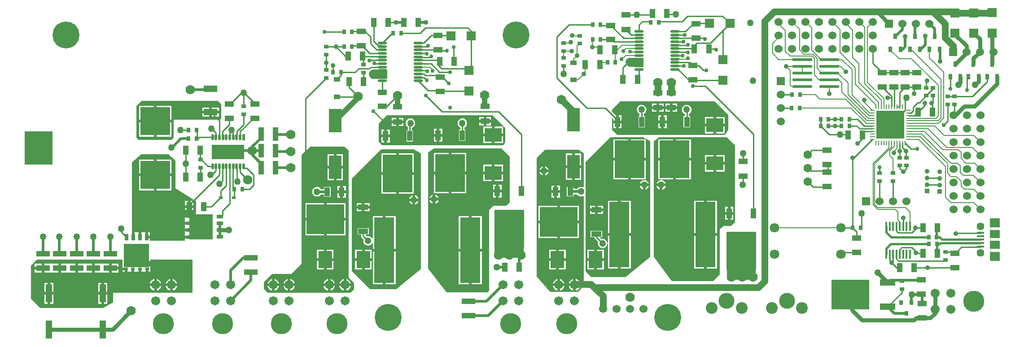
<source format=gtl>
G04 Layer_Physical_Order=1*
G04 Layer_Color=255*
%FSLAX23Y23*%
%MOIN*%
G70*
G01*
G75*
%ADD10R,0.031X0.039*%
%ADD11R,0.066X0.065*%
%ADD12R,0.028X0.035*%
%ADD13R,0.048X0.036*%
%ADD14R,0.150X0.020*%
%ADD15O,0.150X0.020*%
%ADD16R,0.209X0.209*%
%ADD17R,0.010X0.034*%
%ADD18R,0.034X0.010*%
%ADD19R,0.047X0.138*%
%ADD20R,0.220X0.210*%
%ADD21R,0.208X0.250*%
%ADD22R,0.093X0.175*%
%ADD23R,0.151X0.485*%
%ADD24R,0.077X0.041*%
%ADD25R,0.280X0.220*%
%ADD26R,0.041X0.077*%
%ADD27R,0.220X0.280*%
%ADD28R,0.031X0.035*%
%ADD29R,0.031X0.024*%
%ADD30R,0.189X0.177*%
%ADD31R,0.030X0.051*%
%ADD32R,0.024X0.031*%
%ADD33R,0.177X0.189*%
%ADD34R,0.051X0.030*%
%ADD35R,0.053X0.016*%
%ADD36R,0.075X0.059*%
%ADD37R,0.075X0.071*%
%ADD38O,0.071X0.018*%
%ADD39R,0.283X0.220*%
%ADD40R,0.118X0.051*%
%ADD41R,0.102X0.126*%
%ADD42R,0.126X0.102*%
%ADD43R,0.239X0.108*%
%ADD44R,0.020X0.045*%
%ADD45O,0.020X0.045*%
%ADD46R,0.031X0.024*%
%ADD47O,0.015X0.070*%
%ADD48R,0.015X0.070*%
%ADD49R,0.065X0.066*%
%ADD50R,0.067X0.041*%
%ADD51R,0.035X0.028*%
%ADD52R,0.043X0.067*%
%ADD53R,0.043X0.102*%
%ADD54R,0.067X0.043*%
%ADD55R,0.102X0.047*%
%ADD56R,0.102X0.043*%
%ADD57C,0.010*%
%ADD58C,0.020*%
%ADD59C,0.040*%
%ADD60C,0.030*%
%ADD61C,0.050*%
%ADD62C,0.015*%
%ADD63C,0.006*%
%ADD64C,0.059*%
%ADD65R,0.059X0.059*%
%ADD66C,0.157*%
%ADD67C,0.067*%
%ADD68R,0.035X0.035*%
%ADD69C,0.035*%
%ADD70C,0.060*%
%ADD71C,0.070*%
%ADD72C,0.063*%
%ADD73C,0.071*%
%ADD74C,0.060*%
%ADD75R,0.060X0.060*%
%ADD76R,0.060X0.060*%
%ADD77C,0.057*%
%ADD78C,0.200*%
%ADD79C,0.087*%
%ADD80C,0.118*%
%ADD81C,0.030*%
%ADD82C,0.050*%
%ADD83C,0.035*%
G36*
X8977Y3981D02*
X8977Y3411D01*
X8947Y3381D01*
X8892Y3381D01*
X8862Y3356D01*
X8862Y3021D01*
X8812Y2971D01*
X8507D01*
X8372Y3150D01*
Y4011D01*
X8414Y4041D01*
X8917Y4041D01*
X8977Y3981D01*
D02*
G37*
G36*
X8927Y4206D02*
X8927Y4097D01*
X8902Y4056D01*
X8100Y4056D01*
X8062Y4097D01*
X8062Y4179D01*
X8067Y4181D01*
X8072Y4177D01*
Y4165D01*
X8092D01*
Y4203D01*
X8088D01*
X8062Y4229D01*
Y4246D01*
X8122Y4306D01*
X8827D01*
X8927Y4206D01*
D02*
G37*
G36*
X9130Y3095D02*
X9130Y2990D01*
X9120Y2980D01*
X8930Y2980D01*
X8915Y2995D01*
X8915Y3095D01*
X9130Y3095D01*
D02*
G37*
G36*
X7175Y4205D02*
X7270Y4110D01*
X7270Y4003D01*
X7256Y3981D01*
X6353D01*
X6328Y4008D01*
Y4145D01*
X6388Y4205D01*
X7175Y4205D01*
D02*
G37*
G36*
X4766Y3915D02*
X4820Y3868D01*
X4820Y3661D01*
X4972Y3564D01*
X4972Y3479D01*
X4958D01*
X4954Y3482D01*
X4954Y3484D01*
Y3515D01*
X4922D01*
X4890D01*
Y3484D01*
X4890Y3479D01*
X4890Y3477D01*
Y3464D01*
X4912D01*
Y3444D01*
X4890D01*
Y3428D01*
X4890D01*
Y3426D01*
X4890D01*
Y3411D01*
X4912D01*
Y3391D01*
X4890D01*
Y3375D01*
Y3359D01*
X4912D01*
Y3339D01*
X4890D01*
Y3324D01*
X4890D01*
Y3322D01*
X4890D01*
Y3306D01*
X4912D01*
Y3286D01*
X4890D01*
Y3271D01*
X4885Y3270D01*
X4630Y3270D01*
Y3288D01*
X4605D01*
Y3298D01*
X4595D01*
Y3333D01*
X4580D01*
Y3333D01*
X4580D01*
Y3333D01*
X4565D01*
Y3298D01*
X4545D01*
Y3333D01*
X4530D01*
Y3333D01*
X4530D01*
Y3333D01*
X4515D01*
Y3298D01*
X4495D01*
Y3337D01*
X4495Y3337D01*
X4495Y3853D01*
X4565Y3915D01*
X4766Y3915D01*
D02*
G37*
G36*
X7405Y3260D02*
X7405Y3167D01*
X7400Y3166D01*
X7399Y3171D01*
X7396Y3176D01*
X7391Y3179D01*
X7390Y3179D01*
X7388Y3183D01*
X7381Y3187D01*
X7373Y3189D01*
X7365Y3187D01*
X7359Y3183D01*
X7354Y3176D01*
X7353Y3168D01*
Y3145D01*
X7205Y3145D01*
X7190Y3160D01*
X7190Y3260D01*
X7405Y3260D01*
D02*
G37*
G36*
X7816Y3946D02*
X7852Y3920D01*
X7852Y3670D01*
X7847Y3667D01*
X7842Y3670D01*
X7832Y3671D01*
X7823Y3670D01*
X7815Y3666D01*
X7807Y3660D01*
X7804Y3656D01*
X7776D01*
Y3672D01*
X7725D01*
Y3599D01*
X7776D01*
Y3615D01*
X7804D01*
X7807Y3611D01*
X7815Y3605D01*
X7823Y3601D01*
X7832Y3600D01*
X7842Y3601D01*
X7847Y3604D01*
X7852Y3601D01*
X7852Y2936D01*
X7814Y2890D01*
X7604Y2890D01*
X7502Y3005D01*
X7502Y3886D01*
X7567Y3946D01*
X7816Y3946D01*
D02*
G37*
G36*
X6643Y3921D02*
Y3060D01*
X6458Y2910D01*
X6265D01*
X6130Y3045D01*
X6130Y3733D01*
X6348Y3951D01*
X6588D01*
X6643Y3921D01*
D02*
G37*
G36*
X5160Y4285D02*
X5160Y4180D01*
X5150Y4170D01*
X4805D01*
Y4035D01*
X4790Y4020D01*
X4545D01*
X4530Y4035D01*
X4530Y4275D01*
X4565Y4310D01*
X5135D01*
X5160Y4285D01*
D02*
G37*
G36*
X8308Y4032D02*
X8311Y4029D01*
Y4029D01*
X8311D01*
X8310Y4025D01*
X8308Y4025D01*
X8202D01*
Y3886D01*
X8313D01*
Y4021D01*
X8313Y4024D01*
X8315Y4026D01*
Y4026D01*
X8315D01*
X8320Y4026D01*
X8347Y4011D01*
Y3150D01*
X8163Y3000D01*
X7908D01*
X7867Y3041D01*
X7867Y3633D01*
X7868Y3636D01*
X7867Y3638D01*
X7867Y3856D01*
X8052Y4041D01*
X8292D01*
X8308Y4032D01*
D02*
G37*
G36*
X4945Y2885D02*
X4355D01*
Y2810D01*
X4280Y2770D01*
X3815D01*
X3745Y2840D01*
X3745Y3085D01*
X3790Y3130D01*
X4426D01*
Y3072D01*
X4451D01*
Y3062D01*
X4461D01*
Y3040D01*
X4477D01*
Y3040D01*
X4479D01*
Y3040D01*
X4494D01*
Y3062D01*
X4514D01*
Y3040D01*
X4546D01*
Y3062D01*
X4566D01*
Y3040D01*
X4581D01*
Y3040D01*
X4583D01*
Y3040D01*
X4599D01*
Y3062D01*
X4619D01*
Y3040D01*
X4634D01*
Y3061D01*
X4634D01*
Y3130D01*
X4945D01*
Y2885D01*
D02*
G37*
G36*
X7302Y3896D02*
X7302Y3557D01*
X7275Y3530D01*
X7183Y3530D01*
X7150Y3502D01*
X7150Y2898D01*
X7137Y2886D01*
X6832D01*
X6697Y3065D01*
Y3926D01*
X6739Y3956D01*
X7242Y3956D01*
X7302Y3896D01*
D02*
G37*
G36*
X6392Y4475D02*
X6280Y4475D01*
X6262Y4492D01*
Y4530D01*
X6282Y4545D01*
X6392D01*
X6392Y4475D01*
D02*
G37*
G36*
X6071Y3971D02*
X6107Y3945D01*
X6107Y2997D01*
X6145Y2954D01*
X6145Y2906D01*
X6119Y2885D01*
X5505Y2885D01*
X5475Y2915D01*
X5475Y2965D01*
X5535Y3025D01*
X5678D01*
X5757Y3101D01*
X5757Y3911D01*
X5822Y3971D01*
X6071Y3971D01*
D02*
G37*
G36*
X8297Y4565D02*
X8188D01*
X8167Y4586D01*
Y4616D01*
X8187Y4630D01*
X8297D01*
X8297Y4565D01*
D02*
G37*
%LPC*%
G36*
X8842Y3306D02*
X8767D01*
Y3063D01*
X8842D01*
Y3306D01*
D02*
G37*
G36*
X8747D02*
X8672D01*
Y3063D01*
X8747D01*
Y3306D01*
D02*
G37*
G36*
X8963Y3523D02*
X8942D01*
Y3485D01*
X8963D01*
Y3523D01*
D02*
G37*
G36*
X8922D02*
X8902D01*
Y3485D01*
X8922D01*
Y3523D01*
D02*
G37*
G36*
X8747Y3568D02*
X8672D01*
Y3326D01*
X8747D01*
Y3568D01*
D02*
G37*
G36*
X8922Y3465D02*
X8902D01*
Y3427D01*
X8922D01*
Y3465D01*
D02*
G37*
G36*
X8963D02*
X8942D01*
Y3427D01*
X8963D01*
Y3465D01*
D02*
G37*
G36*
X8842Y3568D02*
X8767D01*
Y3326D01*
X8842D01*
Y3568D01*
D02*
G37*
G36*
X8648Y4025D02*
X8537D01*
Y3886D01*
X8648D01*
Y4025D01*
D02*
G37*
G36*
X8517D02*
X8407D01*
Y3886D01*
X8517D01*
Y4025D01*
D02*
G37*
G36*
X8817Y3907D02*
X8754D01*
Y3856D01*
X8817D01*
Y3907D01*
D02*
G37*
G36*
X8900D02*
X8837D01*
Y3856D01*
X8900D01*
Y3907D01*
D02*
G37*
G36*
X8417Y3676D02*
X8394D01*
X8397Y3668D01*
X8402Y3661D01*
X8410Y3655D01*
X8417Y3652D01*
Y3676D01*
D02*
G37*
G36*
X8461D02*
X8437D01*
Y3652D01*
X8445Y3655D01*
X8452Y3661D01*
X8458Y3668D01*
X8461Y3676D01*
D02*
G37*
G36*
X8900Y3836D02*
X8837D01*
Y3784D01*
X8900D01*
Y3836D01*
D02*
G37*
G36*
X8817D02*
X8754D01*
Y3784D01*
X8817D01*
Y3836D01*
D02*
G37*
G36*
X8517Y3866D02*
X8407D01*
Y3726D01*
X8427D01*
X8427Y3721D01*
X8418Y3720D01*
X8410Y3716D01*
X8402Y3710D01*
X8397Y3703D01*
X8394Y3696D01*
X8461D01*
X8458Y3703D01*
X8452Y3710D01*
X8445Y3716D01*
X8437Y3720D01*
X8428Y3721D01*
X8428Y3726D01*
X8517D01*
Y3866D01*
D02*
G37*
G36*
X8648D02*
X8537D01*
Y3726D01*
X8648D01*
Y3866D01*
D02*
G37*
G36*
X8817Y4119D02*
X8754D01*
Y4068D01*
X8817D01*
Y4119D01*
D02*
G37*
G36*
X8900D02*
X8837D01*
Y4068D01*
X8900D01*
Y4119D01*
D02*
G37*
G36*
X8427Y4145D02*
X8407D01*
Y4107D01*
X8427D01*
Y4145D01*
D02*
G37*
G36*
X8468D02*
X8447D01*
Y4107D01*
X8468D01*
Y4145D01*
D02*
G37*
G36*
X8282Y4281D02*
X8273Y4280D01*
X8265Y4276D01*
X8257Y4270D01*
X8252Y4263D01*
X8248Y4255D01*
X8247Y4246D01*
X8248Y4236D01*
X8252Y4228D01*
X8257Y4221D01*
X8265Y4215D01*
X8267Y4214D01*
Y4197D01*
X8258D01*
Y4113D01*
X8307D01*
Y4197D01*
X8298D01*
Y4214D01*
X8300Y4215D01*
X8307Y4221D01*
X8313Y4228D01*
X8316Y4236D01*
X8318Y4246D01*
X8316Y4255D01*
X8313Y4263D01*
X8307Y4270D01*
X8300Y4276D01*
X8292Y4280D01*
X8282Y4281D01*
D02*
G37*
G36*
X8133Y4145D02*
X8112D01*
Y4107D01*
X8133D01*
Y4145D01*
D02*
G37*
G36*
X8092D02*
X8072D01*
Y4107D01*
X8092D01*
Y4145D01*
D02*
G37*
G36*
X8392Y4249D02*
X8359D01*
Y4229D01*
X8392D01*
Y4249D01*
D02*
G37*
G36*
X8446D02*
X8412D01*
Y4229D01*
X8446D01*
Y4249D01*
D02*
G37*
G36*
X8492D02*
X8459D01*
Y4229D01*
X8492D01*
Y4249D01*
D02*
G37*
G36*
X8446Y4290D02*
X8412D01*
Y4269D01*
X8446D01*
Y4290D01*
D02*
G37*
G36*
X8492D02*
X8459D01*
Y4269D01*
X8492D01*
Y4290D01*
D02*
G37*
G36*
X8546D02*
X8512D01*
Y4269D01*
X8546D01*
Y4290D01*
D02*
G37*
G36*
X8392D02*
X8359D01*
Y4269D01*
X8392D01*
Y4290D01*
D02*
G37*
G36*
X8546Y4249D02*
X8512D01*
Y4229D01*
X8546D01*
Y4249D01*
D02*
G37*
G36*
X8817Y4190D02*
X8754D01*
Y4139D01*
X8817D01*
Y4190D01*
D02*
G37*
G36*
X8900D02*
X8837D01*
Y4139D01*
X8900D01*
Y4190D01*
D02*
G37*
G36*
X8617Y4281D02*
X8608Y4280D01*
X8600Y4276D01*
X8592Y4270D01*
X8587Y4263D01*
X8583Y4255D01*
X8582Y4246D01*
X8583Y4236D01*
X8587Y4228D01*
X8592Y4221D01*
X8600Y4215D01*
X8602Y4214D01*
Y4197D01*
X8593D01*
Y4113D01*
X8642D01*
Y4197D01*
X8633D01*
Y4214D01*
X8635Y4215D01*
X8642Y4221D01*
X8648Y4228D01*
X8651Y4236D01*
X8653Y4246D01*
X8651Y4255D01*
X8648Y4263D01*
X8642Y4270D01*
X8635Y4276D01*
X8627Y4280D01*
X8617Y4281D01*
D02*
G37*
G36*
X8468Y4203D02*
X8447D01*
Y4165D01*
X8468D01*
Y4203D01*
D02*
G37*
G36*
X8427D02*
X8407D01*
Y4165D01*
X8427D01*
Y4203D01*
D02*
G37*
G36*
X8133D02*
X8112D01*
Y4165D01*
X8133D01*
Y4203D01*
D02*
G37*
G36*
X6801Y4103D02*
X6780D01*
Y4065D01*
X6801D01*
Y4103D01*
D02*
G37*
G36*
X6760D02*
X6739D01*
Y4065D01*
X6760D01*
Y4103D01*
D02*
G37*
G36*
X6370Y4098D02*
X6349D01*
Y4060D01*
X6370D01*
Y4098D01*
D02*
G37*
G36*
X6411D02*
X6390D01*
Y4060D01*
X6411D01*
Y4098D01*
D02*
G37*
G36*
X7170Y4120D02*
X7107D01*
Y4068D01*
X7170D01*
Y4120D01*
D02*
G37*
G36*
X7253D02*
X7190D01*
Y4068D01*
X7253D01*
Y4120D01*
D02*
G37*
G36*
X7170Y4048D02*
X7107D01*
Y3997D01*
X7170D01*
Y4048D01*
D02*
G37*
G36*
X7253D02*
X7190D01*
Y3997D01*
X7253D01*
Y4048D01*
D02*
G37*
G36*
X6565Y4180D02*
X6556Y4179D01*
X6547Y4176D01*
X6540Y4170D01*
X6534Y4163D01*
X6531Y4154D01*
X6530Y4145D01*
X6531Y4136D01*
X6534Y4127D01*
X6540Y4120D01*
X6545Y4116D01*
Y4091D01*
X6536D01*
Y4008D01*
X6584D01*
Y4091D01*
X6575D01*
Y4111D01*
X6583Y4114D01*
X6590Y4120D01*
X6596Y4127D01*
X6599Y4136D01*
X6600Y4145D01*
X6599Y4154D01*
X6596Y4163D01*
X6590Y4170D01*
X6583Y4176D01*
X6574Y4179D01*
X6565Y4180D01*
D02*
G37*
G36*
X6950D02*
X6941Y4179D01*
X6932Y4176D01*
X6925Y4170D01*
X6919Y4163D01*
X6916Y4154D01*
X6915Y4145D01*
X6916Y4136D01*
X6919Y4127D01*
X6925Y4120D01*
X6932Y4114D01*
X6935Y4113D01*
Y4096D01*
X6926D01*
Y4013D01*
X6974D01*
Y4096D01*
X6965D01*
Y4114D01*
X6968Y4114D01*
X6975Y4120D01*
X6981Y4127D01*
X6984Y4136D01*
X6985Y4145D01*
X6984Y4154D01*
X6981Y4163D01*
X6975Y4170D01*
X6968Y4176D01*
X6959Y4179D01*
X6950Y4180D01*
D02*
G37*
G36*
X6801Y4045D02*
X6780D01*
Y4006D01*
X6801D01*
Y4045D01*
D02*
G37*
G36*
X6370Y4040D02*
X6349D01*
Y4001D01*
X6370D01*
Y4040D01*
D02*
G37*
G36*
X6411D02*
X6390D01*
Y4001D01*
X6411D01*
Y4040D01*
D02*
G37*
G36*
X6760Y4045D02*
X6739D01*
Y4006D01*
X6760D01*
Y4045D01*
D02*
G37*
G36*
X7163Y4149D02*
X7130D01*
Y4128D01*
X7163D01*
Y4149D01*
D02*
G37*
G36*
X7110D02*
X7077D01*
Y4128D01*
X7110D01*
Y4149D01*
D02*
G37*
G36*
X6460Y4144D02*
X6427D01*
Y4123D01*
X6460D01*
Y4144D01*
D02*
G37*
G36*
X6513D02*
X6480D01*
Y4123D01*
X6513D01*
Y4144D01*
D02*
G37*
G36*
X7110Y4190D02*
X7077D01*
Y4169D01*
X7110D01*
Y4190D01*
D02*
G37*
G36*
X7163D02*
X7130D01*
Y4169D01*
X7163D01*
Y4190D01*
D02*
G37*
G36*
X6460Y4185D02*
X6427D01*
Y4164D01*
X6460D01*
Y4185D01*
D02*
G37*
G36*
X6513D02*
X6480D01*
Y4164D01*
X6513D01*
Y4185D01*
D02*
G37*
G36*
X4912Y3568D02*
X4890D01*
Y3535D01*
X4912D01*
Y3568D01*
D02*
G37*
G36*
X4954D02*
X4932D01*
Y3535D01*
X4954D01*
Y3568D01*
D02*
G37*
G36*
X4630Y3333D02*
X4615D01*
Y3308D01*
X4630D01*
Y3333D01*
D02*
G37*
G36*
X4660Y3750D02*
X4550D01*
Y3645D01*
X4660D01*
Y3750D01*
D02*
G37*
G36*
X4790D02*
X4680D01*
Y3645D01*
X4790D01*
Y3750D01*
D02*
G37*
G36*
Y3875D02*
X4680D01*
Y3770D01*
X4790D01*
Y3875D01*
D02*
G37*
G36*
X4660D02*
X4550D01*
Y3770D01*
X4660D01*
Y3875D01*
D02*
G37*
G36*
X7647Y3203D02*
X7595D01*
Y3140D01*
X7647D01*
Y3203D01*
D02*
G37*
G36*
X7718D02*
X7667D01*
Y3140D01*
X7718D01*
Y3203D01*
D02*
G37*
G36*
X7657Y3401D02*
X7517D01*
Y3290D01*
X7657D01*
Y3401D01*
D02*
G37*
G36*
X7817D02*
X7677D01*
Y3290D01*
X7817D01*
Y3401D01*
D02*
G37*
G36*
Y3531D02*
X7677D01*
Y3421D01*
X7817D01*
Y3531D01*
D02*
G37*
G36*
X7657D02*
X7517D01*
Y3421D01*
X7657D01*
Y3531D01*
D02*
G37*
G36*
X7656Y2933D02*
X7623D01*
X7624Y2932D01*
X7628Y2921D01*
X7635Y2912D01*
X7644Y2905D01*
X7655Y2901D01*
X7656Y2901D01*
Y2933D01*
D02*
G37*
G36*
X7708D02*
X7676D01*
Y2901D01*
X7677Y2901D01*
X7688Y2905D01*
X7697Y2912D01*
X7704Y2921D01*
X7708Y2932D01*
X7708Y2933D01*
D02*
G37*
G36*
X7774D02*
X7742D01*
X7742Y2932D01*
X7746Y2921D01*
X7753Y2912D01*
X7762Y2905D01*
X7773Y2901D01*
X7774Y2901D01*
Y2933D01*
D02*
G37*
G36*
X7827D02*
X7794D01*
Y2901D01*
X7795Y2901D01*
X7806Y2905D01*
X7815Y2912D01*
X7822Y2921D01*
X7826Y2932D01*
X7827Y2933D01*
D02*
G37*
G36*
X7676Y2986D02*
Y2953D01*
X7708D01*
X7708Y2955D01*
X7704Y2965D01*
X7697Y2974D01*
X7688Y2981D01*
X7677Y2986D01*
X7676Y2986D01*
D02*
G37*
G36*
X7774D02*
X7773Y2986D01*
X7762Y2981D01*
X7753Y2974D01*
X7746Y2965D01*
X7742Y2955D01*
X7742Y2953D01*
X7774D01*
Y2986D01*
D02*
G37*
G36*
X7794D02*
Y2953D01*
X7827D01*
X7826Y2955D01*
X7822Y2965D01*
X7815Y2974D01*
X7806Y2981D01*
X7795Y2986D01*
X7794Y2986D01*
D02*
G37*
G36*
X7647Y3120D02*
X7595D01*
Y3057D01*
X7647D01*
Y3120D01*
D02*
G37*
G36*
X7718D02*
X7667D01*
Y3057D01*
X7718D01*
Y3120D01*
D02*
G37*
G36*
X7656Y2986D02*
X7655Y2986D01*
X7644Y2981D01*
X7635Y2974D01*
X7628Y2965D01*
X7624Y2955D01*
X7623Y2953D01*
X7656D01*
Y2986D01*
D02*
G37*
G36*
X7832Y3920D02*
X7786D01*
Y3832D01*
X7832D01*
Y3920D01*
D02*
G37*
G36*
X7634Y3679D02*
X7613D01*
Y3646D01*
X7634D01*
Y3679D01*
D02*
G37*
G36*
X7676D02*
X7654D01*
Y3646D01*
X7676D01*
Y3679D01*
D02*
G37*
G36*
Y3626D02*
X7654D01*
Y3592D01*
X7676D01*
Y3626D01*
D02*
G37*
G36*
X7634D02*
X7613D01*
Y3592D01*
X7634D01*
Y3626D01*
D02*
G37*
G36*
X7766Y3920D02*
X7719D01*
Y3832D01*
X7766D01*
Y3920D01*
D02*
G37*
G36*
X7567Y3824D02*
Y3801D01*
X7591D01*
X7588Y3808D01*
X7582Y3815D01*
X7575Y3821D01*
X7567Y3824D01*
D02*
G37*
G36*
X7547D02*
X7540Y3821D01*
X7532Y3815D01*
X7527Y3808D01*
X7524Y3801D01*
X7547D01*
Y3824D01*
D02*
G37*
G36*
Y3781D02*
X7524D01*
X7527Y3773D01*
X7532Y3766D01*
X7540Y3760D01*
X7547Y3757D01*
Y3781D01*
D02*
G37*
G36*
X7591D02*
X7567D01*
Y3757D01*
X7575Y3760D01*
X7582Y3766D01*
X7588Y3773D01*
X7591Y3781D01*
D02*
G37*
G36*
X7766Y3812D02*
X7719D01*
Y3725D01*
X7766D01*
Y3812D01*
D02*
G37*
G36*
X7832D02*
X7786D01*
Y3725D01*
X7832D01*
Y3812D01*
D02*
G37*
G36*
X6276Y3203D02*
X6225D01*
Y3140D01*
X6276D01*
Y3203D01*
D02*
G37*
G36*
X6455Y3453D02*
X6380D01*
Y3210D01*
X6455D01*
Y3453D01*
D02*
G37*
G36*
X6205Y3203D02*
X6154D01*
Y3140D01*
X6205D01*
Y3203D01*
D02*
G37*
G36*
X6360Y3453D02*
X6285D01*
Y3290D01*
X6280Y3289D01*
X6275Y3295D01*
X6268Y3301D01*
X6259Y3304D01*
X6250Y3305D01*
X6241Y3304D01*
X6239Y3303D01*
X6231Y3311D01*
X6233Y3316D01*
X6256D01*
Y3364D01*
X6172D01*
Y3316D01*
X6199D01*
Y3306D01*
X6200Y3300D01*
X6203Y3295D01*
X6217Y3281D01*
X6216Y3279D01*
X6215Y3270D01*
X6216Y3261D01*
X6219Y3252D01*
X6225Y3245D01*
X6232Y3239D01*
X6241Y3236D01*
X6250Y3235D01*
X6259Y3236D01*
X6268Y3239D01*
X6275Y3245D01*
X6280Y3251D01*
X6285Y3250D01*
Y3210D01*
X6360D01*
Y3453D01*
D02*
G37*
G36*
X6204Y3510D02*
X6166D01*
Y3489D01*
X6204D01*
Y3510D01*
D02*
G37*
G36*
X6262D02*
X6224D01*
Y3489D01*
X6262D01*
Y3510D01*
D02*
G37*
G36*
X6580Y3565D02*
X6556D01*
X6559Y3557D01*
X6565Y3550D01*
X6572Y3544D01*
X6580Y3541D01*
Y3565D01*
D02*
G37*
G36*
X6262Y3551D02*
X6224D01*
Y3530D01*
X6262D01*
Y3551D01*
D02*
G37*
G36*
X6204D02*
X6166D01*
Y3530D01*
X6204D01*
Y3551D01*
D02*
G37*
G36*
X6360Y3190D02*
X6285D01*
Y2947D01*
X6360D01*
Y3190D01*
D02*
G37*
G36*
X6455D02*
X6380D01*
Y2947D01*
X6455D01*
Y3190D01*
D02*
G37*
G36*
X6276Y3120D02*
X6225D01*
Y3057D01*
X6276D01*
Y3120D01*
D02*
G37*
G36*
X6205D02*
X6154D01*
Y3057D01*
X6205D01*
Y3120D01*
D02*
G37*
G36*
X6624Y3565D02*
X6600D01*
Y3541D01*
X6608Y3544D01*
X6615Y3550D01*
X6621Y3557D01*
X6624Y3565D01*
D02*
G37*
G36*
X6600Y3609D02*
Y3585D01*
X6624D01*
X6621Y3593D01*
X6615Y3600D01*
X6608Y3606D01*
X6600Y3609D01*
D02*
G37*
G36*
X6580D02*
X6572Y3606D01*
X6565Y3600D01*
X6559Y3593D01*
X6556Y3585D01*
X6580D01*
Y3609D01*
D02*
G37*
G36*
X6460Y3760D02*
X6350D01*
Y3620D01*
X6460D01*
Y3760D01*
D02*
G37*
G36*
X6590D02*
X6480D01*
Y3620D01*
X6590D01*
Y3760D01*
D02*
G37*
G36*
X6460Y3920D02*
X6350D01*
Y3780D01*
X6460D01*
Y3920D01*
D02*
G37*
G36*
X6590D02*
X6480D01*
Y3780D01*
X6590D01*
Y3920D01*
D02*
G37*
G36*
X4790Y4150D02*
X4680D01*
Y4045D01*
X4790D01*
Y4150D01*
D02*
G37*
G36*
X4660D02*
X4550D01*
Y4045D01*
X4660D01*
Y4150D01*
D02*
G37*
G36*
X5141Y4218D02*
X5090D01*
Y4195D01*
X5141D01*
Y4218D01*
D02*
G37*
G36*
X4660Y4275D02*
X4550D01*
Y4170D01*
X4660D01*
Y4275D01*
D02*
G37*
G36*
X4790D02*
X4680D01*
Y4170D01*
X4790D01*
Y4275D01*
D02*
G37*
G36*
X5070Y4218D02*
X5019D01*
Y4195D01*
X5070D01*
Y4218D01*
D02*
G37*
G36*
Y4262D02*
X5019D01*
Y4238D01*
X5070D01*
Y4262D01*
D02*
G37*
G36*
X5141D02*
X5090D01*
Y4238D01*
X5141D01*
Y4262D01*
D02*
G37*
G36*
X8001Y3120D02*
X7950D01*
Y3057D01*
X8001D01*
Y3120D01*
D02*
G37*
G36*
Y3203D02*
X7950D01*
Y3140D01*
X8001D01*
Y3203D01*
D02*
G37*
G36*
X7988Y3345D02*
X7904D01*
Y3296D01*
X7931D01*
X7932Y3291D01*
X7936Y3286D01*
X7959Y3262D01*
X7958Y3260D01*
X7957Y3251D01*
X7958Y3241D01*
X7962Y3233D01*
X7967Y3226D01*
X7975Y3220D01*
X7983Y3216D01*
X7992Y3215D01*
X8002Y3216D01*
X8010Y3220D01*
X8017Y3226D01*
X8023Y3233D01*
X8026Y3241D01*
X8027Y3246D01*
X8032Y3246D01*
Y3063D01*
X8107D01*
Y3306D01*
X8032D01*
Y3255D01*
X8027Y3255D01*
X8026Y3260D01*
X8023Y3268D01*
X8017Y3275D01*
X8010Y3281D01*
X8002Y3285D01*
X7992Y3286D01*
X7983Y3285D01*
X7981Y3284D01*
X7973Y3292D01*
X7975Y3296D01*
X7988D01*
Y3345D01*
D02*
G37*
G36*
X8203Y3306D02*
X8127D01*
Y3063D01*
X8203D01*
Y3306D01*
D02*
G37*
G36*
X7930Y3203D02*
X7879D01*
Y3140D01*
X7930D01*
Y3203D01*
D02*
G37*
G36*
X7936Y3491D02*
X7898D01*
Y3470D01*
X7936D01*
Y3491D01*
D02*
G37*
G36*
X7995D02*
X7956D01*
Y3470D01*
X7995D01*
Y3491D01*
D02*
G37*
G36*
X7936Y3531D02*
X7898D01*
Y3511D01*
X7936D01*
Y3531D01*
D02*
G37*
G36*
X7995D02*
X7956D01*
Y3511D01*
X7995D01*
Y3531D01*
D02*
G37*
G36*
X8107Y3568D02*
X8032D01*
Y3326D01*
X8107D01*
Y3568D01*
D02*
G37*
G36*
X8203D02*
X8127D01*
Y3326D01*
X8203D01*
Y3568D01*
D02*
G37*
G36*
X7930Y3120D02*
X7879D01*
Y3057D01*
X7930D01*
Y3120D01*
D02*
G37*
G36*
X8182Y4025D02*
X8072D01*
Y3886D01*
X8182D01*
Y4025D01*
D02*
G37*
G36*
X8336Y3676D02*
X8312D01*
Y3652D01*
X8320Y3655D01*
X8327Y3661D01*
X8333Y3668D01*
X8336Y3676D01*
D02*
G37*
G36*
X8292D02*
X8269D01*
X8272Y3668D01*
X8277Y3661D01*
X8285Y3655D01*
X8292Y3652D01*
Y3676D01*
D02*
G37*
G36*
X8313Y3866D02*
X8202D01*
Y3726D01*
X8302D01*
X8302Y3721D01*
X8293Y3720D01*
X8285Y3716D01*
X8277Y3710D01*
X8272Y3703D01*
X8269Y3696D01*
X8336D01*
X8333Y3703D01*
X8327Y3710D01*
X8320Y3716D01*
X8312Y3720D01*
X8303Y3721D01*
X8303Y3726D01*
X8313D01*
Y3866D01*
D02*
G37*
G36*
X8182D02*
X8072D01*
Y3726D01*
X8182D01*
Y3866D01*
D02*
G37*
G36*
X4148Y3099D02*
X4144Y3099D01*
X4095D01*
Y3067D01*
Y3035D01*
X4144D01*
X4148Y3035D01*
X4151Y3035D01*
X4200D01*
Y3067D01*
Y3099D01*
X4151D01*
X4148Y3099D01*
D02*
G37*
G36*
X4273D02*
X4269Y3099D01*
X4220D01*
Y3067D01*
Y3035D01*
X4269D01*
X4273Y3035D01*
X4276Y3035D01*
X4325D01*
Y3067D01*
Y3099D01*
X4276D01*
X4273Y3099D01*
D02*
G37*
G36*
X4023D02*
X4019Y3099D01*
X3970D01*
Y3067D01*
Y3035D01*
X4019D01*
X4023Y3035D01*
X4026Y3035D01*
X4075D01*
Y3067D01*
Y3099D01*
X4026D01*
X4023Y3099D01*
D02*
G37*
G36*
X4345Y3099D02*
Y3077D01*
X4396D01*
Y3099D01*
X4345D01*
D02*
G37*
G36*
X3825D02*
X3774D01*
Y3077D01*
X3825D01*
Y3099D01*
D02*
G37*
G36*
X4314Y2869D02*
X4290D01*
Y2800D01*
X4314D01*
Y2869D01*
D02*
G37*
G36*
X3870Y2958D02*
X3846D01*
Y2889D01*
X3870D01*
Y2958D01*
D02*
G37*
G36*
X3914D02*
X3890D01*
Y2889D01*
X3914D01*
Y2958D01*
D02*
G37*
G36*
X3870Y2869D02*
X3846D01*
Y2800D01*
X3870D01*
Y2869D01*
D02*
G37*
G36*
X3914D02*
X3890D01*
Y2800D01*
X3914D01*
Y2869D01*
D02*
G37*
G36*
X4270D02*
X4246D01*
Y2800D01*
X4270D01*
Y2869D01*
D02*
G37*
G36*
Y2958D02*
X4246D01*
Y2889D01*
X4270D01*
Y2958D01*
D02*
G37*
G36*
X4779Y2933D02*
X4747D01*
X4747Y2932D01*
X4751Y2921D01*
X4758Y2912D01*
X4767Y2905D01*
X4778Y2901D01*
X4779Y2901D01*
Y2933D01*
D02*
G37*
G36*
X4832D02*
X4799D01*
Y2901D01*
X4800Y2901D01*
X4811Y2905D01*
X4820Y2912D01*
X4827Y2921D01*
X4831Y2932D01*
X4832Y2933D01*
D02*
G37*
G36*
X4314Y2958D02*
X4290D01*
Y2889D01*
X4314D01*
Y2958D01*
D02*
G37*
G36*
X4661Y2933D02*
X4628D01*
X4629Y2932D01*
X4633Y2921D01*
X4640Y2912D01*
X4649Y2905D01*
X4660Y2901D01*
X4661Y2901D01*
Y2933D01*
D02*
G37*
G36*
X4713D02*
X4681D01*
Y2901D01*
X4682Y2901D01*
X4693Y2905D01*
X4702Y2912D01*
X4709Y2921D01*
X4713Y2932D01*
X4713Y2933D01*
D02*
G37*
G36*
X3825Y3057D02*
X3774D01*
Y3035D01*
X3825D01*
Y3057D01*
D02*
G37*
G36*
X3898Y3099D02*
X3894Y3099D01*
X3845D01*
Y3067D01*
Y3035D01*
X3894D01*
X3898Y3035D01*
X3901Y3035D01*
X3950D01*
Y3067D01*
Y3099D01*
X3901D01*
X3898Y3099D01*
D02*
G37*
G36*
X4396Y3057D02*
X4345D01*
Y3035D01*
X4396D01*
Y3057D01*
D02*
G37*
G36*
X4441Y3052D02*
X4426D01*
Y3040D01*
X4441D01*
Y3052D01*
D02*
G37*
G36*
X4779Y2986D02*
X4778Y2986D01*
X4767Y2981D01*
X4758Y2974D01*
X4751Y2965D01*
X4747Y2955D01*
X4747Y2953D01*
X4779D01*
Y2986D01*
D02*
G37*
G36*
X4799D02*
Y2953D01*
X4832D01*
X4831Y2955D01*
X4827Y2965D01*
X4820Y2974D01*
X4811Y2981D01*
X4800Y2986D01*
X4799Y2986D01*
D02*
G37*
G36*
X4661D02*
X4660Y2986D01*
X4649Y2981D01*
X4640Y2974D01*
X4633Y2965D01*
X4629Y2955D01*
X4628Y2953D01*
X4661D01*
Y2986D01*
D02*
G37*
G36*
X4681D02*
Y2953D01*
X4713D01*
X4713Y2955D01*
X4709Y2965D01*
X4702Y2974D01*
X4693Y2981D01*
X4682Y2986D01*
X4681Y2986D01*
D02*
G37*
G36*
X7095Y3453D02*
X7020D01*
Y3210D01*
X7095D01*
Y3453D01*
D02*
G37*
G36*
X7000D02*
X6924D01*
Y3210D01*
X7000D01*
Y3453D01*
D02*
G37*
G36*
Y3190D02*
X6924D01*
Y2947D01*
X7000D01*
Y3190D01*
D02*
G37*
G36*
X7095D02*
X7020D01*
Y2947D01*
X7095D01*
Y3190D01*
D02*
G37*
G36*
X6850Y3765D02*
X6740D01*
Y3625D01*
X6850D01*
Y3765D01*
D02*
G37*
G36*
X6980D02*
X6870D01*
Y3625D01*
X6980D01*
Y3765D01*
D02*
G37*
G36*
X7200Y3687D02*
X7179D01*
Y3649D01*
X7200D01*
Y3687D01*
D02*
G37*
G36*
X7241D02*
X7220D01*
Y3649D01*
X7241D01*
Y3687D01*
D02*
G37*
G36*
X6730Y3614D02*
X6722Y3611D01*
X6715Y3605D01*
X6709Y3598D01*
X6706Y3590D01*
X6730D01*
Y3614D01*
D02*
G37*
G36*
X6750D02*
Y3590D01*
X6774D01*
X6771Y3598D01*
X6765Y3605D01*
X6758Y3611D01*
X6750Y3614D01*
D02*
G37*
G36*
X7200Y3629D02*
X7179D01*
Y3591D01*
X7200D01*
Y3629D01*
D02*
G37*
G36*
X6730Y3570D02*
X6706D01*
X6709Y3562D01*
X6715Y3555D01*
X6722Y3549D01*
X6730Y3546D01*
Y3570D01*
D02*
G37*
G36*
X6774D02*
X6750D01*
Y3546D01*
X6758Y3549D01*
X6765Y3555D01*
X6771Y3562D01*
X6774Y3570D01*
D02*
G37*
G36*
X7241Y3629D02*
X7220D01*
Y3591D01*
X7241D01*
Y3629D01*
D02*
G37*
G36*
X7170Y3836D02*
X7107D01*
Y3785D01*
X7170D01*
Y3836D01*
D02*
G37*
G36*
X6850Y3925D02*
X6740D01*
Y3785D01*
X6850D01*
Y3925D01*
D02*
G37*
G36*
X6980D02*
X6870D01*
Y3785D01*
X6980D01*
Y3925D01*
D02*
G37*
G36*
X7253Y3836D02*
X7190D01*
Y3785D01*
X7253D01*
Y3836D01*
D02*
G37*
G36*
Y3765D02*
X7190D01*
Y3714D01*
X7253D01*
Y3765D01*
D02*
G37*
G36*
X7170D02*
X7107D01*
Y3714D01*
X7170D01*
Y3765D01*
D02*
G37*
G36*
X5993Y3203D02*
X5942D01*
Y3140D01*
X5993D01*
Y3203D01*
D02*
G37*
G36*
X5922D02*
X5870D01*
Y3140D01*
X5922D01*
Y3203D01*
D02*
G37*
G36*
X6084Y3550D02*
X5944D01*
Y3440D01*
X6084D01*
Y3550D01*
D02*
G37*
G36*
Y3420D02*
X5944D01*
Y3310D01*
X6084D01*
Y3420D01*
D02*
G37*
G36*
X5924D02*
X5785D01*
Y3310D01*
X5924D01*
Y3420D01*
D02*
G37*
G36*
Y3550D02*
X5785D01*
Y3440D01*
X5924D01*
Y3550D01*
D02*
G37*
G36*
X6003Y2933D02*
X5971D01*
Y2901D01*
X5972Y2901D01*
X5983Y2905D01*
X5992Y2912D01*
X5999Y2921D01*
X6003Y2932D01*
X6003Y2933D01*
D02*
G37*
G36*
X6069D02*
X6037D01*
X6037Y2932D01*
X6041Y2921D01*
X6048Y2912D01*
X6057Y2905D01*
X6068Y2901D01*
X6069Y2901D01*
Y2933D01*
D02*
G37*
G36*
X6122D02*
X6089D01*
Y2901D01*
X6090Y2901D01*
X6101Y2905D01*
X6110Y2912D01*
X6117Y2921D01*
X6121Y2932D01*
X6122Y2933D01*
D02*
G37*
G36*
X5654D02*
X5622D01*
X5622Y2932D01*
X5626Y2921D01*
X5633Y2912D01*
X5642Y2905D01*
X5653Y2901D01*
X5654Y2901D01*
Y2933D01*
D02*
G37*
G36*
X5707D02*
X5674D01*
Y2901D01*
X5675Y2901D01*
X5686Y2905D01*
X5695Y2912D01*
X5702Y2921D01*
X5706Y2932D01*
X5707Y2933D01*
D02*
G37*
G36*
X5951D02*
X5918D01*
X5919Y2932D01*
X5923Y2921D01*
X5930Y2912D01*
X5939Y2905D01*
X5950Y2901D01*
X5951Y2901D01*
Y2933D01*
D02*
G37*
G36*
X5588D02*
X5556D01*
Y2901D01*
X5557Y2901D01*
X5568Y2905D01*
X5577Y2912D01*
X5584Y2921D01*
X5588Y2932D01*
X5588Y2933D01*
D02*
G37*
G36*
X5536D02*
X5503D01*
X5504Y2932D01*
X5508Y2921D01*
X5515Y2912D01*
X5524Y2905D01*
X5535Y2901D01*
X5536Y2901D01*
Y2933D01*
D02*
G37*
G36*
X5922Y3120D02*
X5870D01*
Y3057D01*
X5922D01*
Y3120D01*
D02*
G37*
G36*
X5993D02*
X5942D01*
Y3057D01*
X5993D01*
Y3120D01*
D02*
G37*
G36*
X5536Y2986D02*
X5535Y2986D01*
X5524Y2981D01*
X5515Y2974D01*
X5508Y2965D01*
X5504Y2955D01*
X5503Y2953D01*
X5536D01*
Y2986D01*
D02*
G37*
G36*
X5556D02*
Y2953D01*
X5588D01*
X5588Y2955D01*
X5584Y2965D01*
X5577Y2974D01*
X5568Y2981D01*
X5557Y2986D01*
X5556Y2986D01*
D02*
G37*
G36*
X5971D02*
Y2953D01*
X6003D01*
X6003Y2955D01*
X5999Y2965D01*
X5992Y2974D01*
X5983Y2981D01*
X5972Y2986D01*
X5971Y2986D01*
D02*
G37*
G36*
X6069D02*
X6068Y2986D01*
X6057Y2981D01*
X6048Y2974D01*
X6041Y2965D01*
X6037Y2955D01*
X6037Y2953D01*
X6069D01*
Y2986D01*
D02*
G37*
G36*
X6089D02*
Y2953D01*
X6122D01*
X6121Y2955D01*
X6117Y2965D01*
X6110Y2974D01*
X6101Y2981D01*
X6090Y2986D01*
X6089Y2986D01*
D02*
G37*
G36*
X5654D02*
X5653Y2986D01*
X5642Y2981D01*
X5633Y2974D01*
X5626Y2965D01*
X5622Y2955D01*
X5622Y2953D01*
X5654D01*
Y2986D01*
D02*
G37*
G36*
X5674D02*
Y2953D01*
X5707D01*
X5706Y2955D01*
X5702Y2965D01*
X5695Y2974D01*
X5686Y2981D01*
X5675Y2986D01*
X5674Y2986D01*
D02*
G37*
G36*
X5951D02*
X5950Y2986D01*
X5939Y2981D01*
X5930Y2974D01*
X5923Y2965D01*
X5919Y2955D01*
X5918Y2953D01*
X5951D01*
Y2986D01*
D02*
G37*
G36*
X6085Y3678D02*
X6063D01*
Y3645D01*
X6085D01*
Y3678D01*
D02*
G37*
G36*
X6043D02*
X6021D01*
Y3645D01*
X6043D01*
Y3678D01*
D02*
G37*
G36*
Y3625D02*
X6021D01*
Y3592D01*
X6043D01*
Y3625D01*
D02*
G37*
G36*
X6085D02*
X6063D01*
Y3592D01*
X6085D01*
Y3625D01*
D02*
G37*
G36*
X5995Y3914D02*
X5949D01*
Y3827D01*
X5995D01*
Y3914D01*
D02*
G37*
G36*
X6061D02*
X6015D01*
Y3827D01*
X6061D01*
Y3914D01*
D02*
G37*
G36*
X5995Y3807D02*
X5949D01*
Y3719D01*
X5995D01*
Y3807D01*
D02*
G37*
G36*
X6061D02*
X6015D01*
Y3719D01*
X6061D01*
Y3807D01*
D02*
G37*
G36*
X5972Y3672D02*
X5922D01*
Y3655D01*
X5898D01*
X5895Y3660D01*
X5888Y3666D01*
X5879Y3669D01*
X5870Y3670D01*
X5861Y3669D01*
X5852Y3666D01*
X5845Y3660D01*
X5839Y3653D01*
X5836Y3644D01*
X5835Y3635D01*
X5836Y3626D01*
X5839Y3617D01*
X5845Y3610D01*
X5852Y3604D01*
X5861Y3601D01*
X5870Y3600D01*
X5879Y3601D01*
X5888Y3604D01*
X5895Y3610D01*
X5898Y3615D01*
X5922D01*
Y3598D01*
X5972D01*
Y3672D01*
D02*
G37*
%LPD*%
D10*
X10575Y4490D02*
D03*
X10650D02*
D03*
X10613Y4584D02*
D03*
X10710Y4490D02*
D03*
X10785D02*
D03*
X10747Y4584D02*
D03*
X10130Y4695D02*
D03*
X10205D02*
D03*
X10167Y4789D02*
D03*
X10275Y4695D02*
D03*
X10350D02*
D03*
X10312Y4789D02*
D03*
X10420Y4695D02*
D03*
X10495D02*
D03*
X10458Y4789D02*
D03*
X10848Y4491D02*
D03*
X10922D02*
D03*
X10885Y4585D02*
D03*
D11*
X10750Y4965D02*
D03*
Y4814D02*
D03*
X10610Y4965D02*
D03*
Y4814D02*
D03*
X7000Y4536D02*
D03*
Y4385D02*
D03*
X8887Y4616D02*
D03*
Y4465D02*
D03*
X10885Y4815D02*
D03*
Y4966D02*
D03*
D12*
X9611Y4175D02*
D03*
X9670D02*
D03*
X9825Y4175D02*
D03*
X9765D02*
D03*
X9611Y4125D02*
D03*
X9670D02*
D03*
X9825D02*
D03*
X9766D02*
D03*
X9850Y3368D02*
D03*
X9909D02*
D03*
X4975Y4030D02*
D03*
X4916D02*
D03*
X4975Y4095D02*
D03*
X4916D02*
D03*
X10475Y3246D02*
D03*
X10416D02*
D03*
X10415Y3296D02*
D03*
X10474D02*
D03*
X9460Y4358D02*
D03*
X9400D02*
D03*
X9455Y4258D02*
D03*
X9395D02*
D03*
X8350Y4895D02*
D03*
X8410D02*
D03*
X8087Y4596D02*
D03*
X8028D02*
D03*
X7918Y4766D02*
D03*
X7977D02*
D03*
X7918Y4876D02*
D03*
X7977D02*
D03*
X6435Y4815D02*
D03*
X6495D02*
D03*
X6071Y4825D02*
D03*
X6130D02*
D03*
X6071Y4715D02*
D03*
X6130D02*
D03*
X5990Y4525D02*
D03*
X6050D02*
D03*
X5255Y3655D02*
D03*
X5315D02*
D03*
D13*
X6020Y4341D02*
D03*
Y4470D02*
D03*
X7777Y4466D02*
D03*
Y4595D02*
D03*
D14*
X9475Y4618D02*
D03*
D15*
Y4568D02*
D03*
Y4518D02*
D03*
Y4468D02*
D03*
Y4418D02*
D03*
X9675Y4618D02*
D03*
Y4568D02*
D03*
Y4518D02*
D03*
Y4468D02*
D03*
Y4418D02*
D03*
D16*
X10130Y4133D02*
D03*
D17*
X10022Y4268D02*
D03*
X10041D02*
D03*
X10061D02*
D03*
X10081D02*
D03*
X10100D02*
D03*
X10120D02*
D03*
X10140D02*
D03*
X10160D02*
D03*
X10179D02*
D03*
X10199D02*
D03*
X10219D02*
D03*
X10238D02*
D03*
Y3998D02*
D03*
X10219D02*
D03*
X10199D02*
D03*
X10179D02*
D03*
X10160D02*
D03*
X10140D02*
D03*
X10120D02*
D03*
X10100D02*
D03*
X10081D02*
D03*
X10061D02*
D03*
X10041D02*
D03*
X10022D02*
D03*
D18*
X10265Y4241D02*
D03*
Y4222D02*
D03*
Y4202D02*
D03*
Y4182D02*
D03*
Y4163D02*
D03*
Y4143D02*
D03*
Y4123D02*
D03*
Y4104D02*
D03*
Y4084D02*
D03*
Y4064D02*
D03*
Y4045D02*
D03*
Y4025D02*
D03*
X9995D02*
D03*
Y4045D02*
D03*
Y4064D02*
D03*
Y4084D02*
D03*
Y4104D02*
D03*
Y4123D02*
D03*
Y4143D02*
D03*
Y4163D02*
D03*
Y4182D02*
D03*
Y4202D02*
D03*
Y4222D02*
D03*
Y4241D02*
D03*
D19*
X4280Y2611D02*
D03*
Y2879D02*
D03*
X3880Y2611D02*
D03*
Y2879D02*
D03*
D20*
X4670Y3760D02*
D03*
Y4160D02*
D03*
D21*
X3801Y3960D02*
D03*
D22*
X6005Y3817D02*
D03*
Y4163D02*
D03*
X7776Y3822D02*
D03*
Y4169D02*
D03*
D23*
X6370Y3200D02*
D03*
X7010D02*
D03*
X8117Y3316D02*
D03*
X8757D02*
D03*
D24*
X6214Y3340D02*
D03*
Y3520D02*
D03*
X7946Y3320D02*
D03*
Y3501D02*
D03*
D25*
X5934Y3430D02*
D03*
X7667Y3411D02*
D03*
D26*
X6560Y4050D02*
D03*
X6380D02*
D03*
X6950Y4055D02*
D03*
X6770D02*
D03*
X7390Y3639D02*
D03*
X7210D02*
D03*
X8283Y4155D02*
D03*
X8102D02*
D03*
X8618D02*
D03*
X8437D02*
D03*
X9113Y3475D02*
D03*
X8932D02*
D03*
D27*
X6470Y3770D02*
D03*
X6860Y3775D02*
D03*
X7300Y3359D02*
D03*
X8192Y3876D02*
D03*
X8527D02*
D03*
X9022Y3196D02*
D03*
D28*
X10285Y2810D02*
D03*
X10210D02*
D03*
X10248Y2731D02*
D03*
D29*
X4609Y3062D02*
D03*
X4556D02*
D03*
X4504D02*
D03*
X4451D02*
D03*
D30*
X4530Y3160D02*
D03*
D31*
X4455Y3298D02*
D03*
X4505D02*
D03*
X4555D02*
D03*
X4605D02*
D03*
D32*
X4912Y3296D02*
D03*
Y3349D02*
D03*
Y3401D02*
D03*
Y3454D02*
D03*
D33*
X5010Y3375D02*
D03*
D34*
X5148Y3450D02*
D03*
Y3400D02*
D03*
Y3350D02*
D03*
Y3300D02*
D03*
D35*
X10799Y3331D02*
D03*
Y3305D02*
D03*
Y3279D02*
D03*
Y3254D02*
D03*
Y3228D02*
D03*
D36*
X10905Y3319D02*
D03*
Y3240D02*
D03*
D37*
Y3153D02*
D03*
Y3405D02*
D03*
D38*
X6624Y4459D02*
D03*
Y4485D02*
D03*
Y4510D02*
D03*
Y4536D02*
D03*
Y4562D02*
D03*
Y4587D02*
D03*
Y4613D02*
D03*
Y4638D02*
D03*
Y4664D02*
D03*
Y4690D02*
D03*
Y4715D02*
D03*
Y4741D02*
D03*
X6356Y4459D02*
D03*
Y4485D02*
D03*
Y4510D02*
D03*
Y4536D02*
D03*
Y4562D02*
D03*
Y4587D02*
D03*
Y4613D02*
D03*
Y4638D02*
D03*
Y4664D02*
D03*
Y4690D02*
D03*
Y4715D02*
D03*
Y4741D02*
D03*
X8528Y4545D02*
D03*
Y4571D02*
D03*
Y4596D02*
D03*
Y4622D02*
D03*
Y4648D02*
D03*
Y4673D02*
D03*
Y4699D02*
D03*
Y4724D02*
D03*
Y4750D02*
D03*
Y4776D02*
D03*
Y4801D02*
D03*
Y4827D02*
D03*
X8261Y4545D02*
D03*
Y4571D02*
D03*
Y4596D02*
D03*
Y4622D02*
D03*
Y4648D02*
D03*
Y4673D02*
D03*
Y4699D02*
D03*
Y4724D02*
D03*
Y4750D02*
D03*
Y4776D02*
D03*
Y4801D02*
D03*
Y4827D02*
D03*
D39*
X9832Y2870D02*
D03*
D40*
X10110Y2960D02*
D03*
Y2780D02*
D03*
D41*
X5932Y3130D02*
D03*
X6215D02*
D03*
X7657D02*
D03*
X7940D02*
D03*
D42*
X7180Y3775D02*
D03*
Y4058D02*
D03*
X8827Y3846D02*
D03*
Y4129D02*
D03*
D43*
X5210Y3930D02*
D03*
D44*
X5325Y4041D02*
D03*
D45*
X5299D02*
D03*
X5274D02*
D03*
X5248D02*
D03*
X5223D02*
D03*
X5197D02*
D03*
X5171D02*
D03*
X5146D02*
D03*
X5120D02*
D03*
X5095D02*
D03*
X5325Y3823D02*
D03*
X5299D02*
D03*
X5274D02*
D03*
X5248D02*
D03*
X5223D02*
D03*
X5197D02*
D03*
X5171D02*
D03*
X5146D02*
D03*
X5120D02*
D03*
X5095D02*
D03*
D46*
X5155Y3590D02*
D03*
X5253D02*
D03*
D47*
X10100Y3171D02*
D03*
X10125D02*
D03*
X10150D02*
D03*
X10175D02*
D03*
X10200D02*
D03*
X10225D02*
D03*
X10250D02*
D03*
X10275D02*
D03*
X10100Y3376D02*
D03*
X10125D02*
D03*
X10150D02*
D03*
X10175D02*
D03*
X10200D02*
D03*
X10225D02*
D03*
X10250D02*
D03*
D48*
X10275D02*
D03*
D49*
X7016Y4795D02*
D03*
X6865D02*
D03*
X8938Y4886D02*
D03*
X8787D02*
D03*
D50*
X7120Y4159D02*
D03*
Y4271D02*
D03*
X6470Y4154D02*
D03*
Y4266D02*
D03*
X8502Y4259D02*
D03*
Y4372D02*
D03*
X8402Y4259D02*
D03*
Y4372D02*
D03*
D51*
X10555Y4285D02*
D03*
Y4345D02*
D03*
X10605Y4285D02*
D03*
Y4345D02*
D03*
X5325Y4269D02*
D03*
Y4210D02*
D03*
X5005Y3875D02*
D03*
Y3815D02*
D03*
X10445Y4408D02*
D03*
Y4349D02*
D03*
X10250Y3888D02*
D03*
Y3829D02*
D03*
X10200Y3888D02*
D03*
Y3829D02*
D03*
X10395Y4408D02*
D03*
Y4349D02*
D03*
X10540Y3127D02*
D03*
Y3186D02*
D03*
X10050Y3715D02*
D03*
Y3774D02*
D03*
X10150Y3715D02*
D03*
Y3774D02*
D03*
X10215Y2910D02*
D03*
Y2970D02*
D03*
X7702Y4571D02*
D03*
Y4630D02*
D03*
X7822Y4795D02*
D03*
Y4736D02*
D03*
X7702Y4681D02*
D03*
Y4740D02*
D03*
X6215Y4580D02*
D03*
Y4520D02*
D03*
X5940Y4655D02*
D03*
Y4714D02*
D03*
Y4481D02*
D03*
Y4540D02*
D03*
D52*
X6515Y4895D02*
D03*
X6621D02*
D03*
X9817Y4058D02*
D03*
X9923D02*
D03*
X5028Y3525D02*
D03*
X4922D02*
D03*
X4897Y3945D02*
D03*
X5003D02*
D03*
X4897Y3745D02*
D03*
X5003D02*
D03*
X10443Y4228D02*
D03*
X10337D02*
D03*
X10372Y3176D02*
D03*
X10478D02*
D03*
X10306Y3071D02*
D03*
X10200D02*
D03*
X10372Y3366D02*
D03*
X10478D02*
D03*
X7751Y3636D02*
D03*
X7644D02*
D03*
X8144Y4471D02*
D03*
X8251D02*
D03*
X7974Y4691D02*
D03*
X8081D02*
D03*
X8362Y4960D02*
D03*
X8468D02*
D03*
X7864Y4581D02*
D03*
X7971D02*
D03*
X8781Y4696D02*
D03*
X8674D02*
D03*
X6104Y4645D02*
D03*
X6210D02*
D03*
X6888Y4605D02*
D03*
X6782D02*
D03*
X6109Y4455D02*
D03*
X6215D02*
D03*
X6398Y4895D02*
D03*
X6292D02*
D03*
X5947Y3635D02*
D03*
X6053D02*
D03*
X7267Y3075D02*
D03*
X7373D02*
D03*
D53*
X5563Y4065D02*
D03*
X5457D02*
D03*
X5563Y3940D02*
D03*
X5457D02*
D03*
X5563Y3815D02*
D03*
X5457D02*
D03*
D54*
X8166Y4949D02*
D03*
Y4842D02*
D03*
X10325Y4521D02*
D03*
Y4415D02*
D03*
X10240Y4521D02*
D03*
Y4415D02*
D03*
X10155D02*
D03*
Y4521D02*
D03*
X10070D02*
D03*
Y4415D02*
D03*
X5220Y4182D02*
D03*
Y4288D02*
D03*
X5410D02*
D03*
Y4182D02*
D03*
X9660Y3779D02*
D03*
Y3673D02*
D03*
Y3838D02*
D03*
Y3944D02*
D03*
X10610Y3071D02*
D03*
Y3178D02*
D03*
X9880Y3185D02*
D03*
Y3291D02*
D03*
X10365Y2803D02*
D03*
Y2697D02*
D03*
X10360Y2981D02*
D03*
Y2875D02*
D03*
X9037Y3859D02*
D03*
Y3752D02*
D03*
X8052Y4766D02*
D03*
Y4872D02*
D03*
X8662Y4574D02*
D03*
Y4467D02*
D03*
X8687Y4777D02*
D03*
Y4884D02*
D03*
X6355Y4269D02*
D03*
Y4375D02*
D03*
X6785Y4488D02*
D03*
Y4382D02*
D03*
X6770Y4692D02*
D03*
Y4798D02*
D03*
X6200Y4720D02*
D03*
Y4826D02*
D03*
D55*
X5080Y4228D02*
D03*
Y4402D02*
D03*
D56*
X3835Y3173D02*
D03*
Y3067D02*
D03*
X3960Y3173D02*
D03*
Y3067D02*
D03*
X4085Y3173D02*
D03*
Y3067D02*
D03*
X4210Y3173D02*
D03*
Y3067D02*
D03*
X4335Y3173D02*
D03*
Y3067D02*
D03*
X6995Y2715D02*
D03*
Y2821D02*
D03*
X5380Y3037D02*
D03*
Y3143D02*
D03*
D57*
X8177Y4960D02*
X8187Y4950D01*
X10441Y4228D02*
Y4287D01*
X10617Y3327D02*
X10799D01*
X10363Y2870D02*
X10365Y2872D01*
X10320Y3176D02*
X10372D01*
X9665Y3821D02*
X9680Y3836D01*
X9535Y3791D02*
X9665D01*
X6878Y4605D02*
X6885Y4612D01*
X6505Y4895D02*
X6510Y4890D01*
X5325Y4375D02*
X5410Y4290D01*
X5325Y4271D02*
X5331Y4265D01*
X5220Y4293D02*
X5233D01*
X5120Y3790D02*
Y3823D01*
X5090Y3760D02*
X5120Y3790D01*
X5080Y3760D02*
X5090D01*
X10700Y4390D02*
Y4480D01*
X10710Y4490D01*
X10575Y4400D02*
Y4490D01*
X10575Y4490D01*
X8528Y4776D02*
X8687D01*
X9915Y4084D02*
X9995D01*
X9546Y3943D02*
X9680D01*
X10885Y4685D02*
X10895Y4675D01*
X10885Y4665D02*
X10895Y4675D01*
X10695Y4667D02*
Y4675D01*
X10610Y4805D02*
Y4814D01*
X10884Y4965D02*
X10885Y4966D01*
X10848Y4453D02*
Y4491D01*
X10740Y4345D02*
X10848Y4453D01*
X10605Y4345D02*
X10740D01*
X10600Y4203D02*
X10605Y4208D01*
Y4285D01*
X10555Y4345D02*
X10605D01*
X10555Y4160D02*
Y4285D01*
X10615Y3325D02*
X10617Y3327D01*
X10658Y3225D02*
X10799D01*
X10610Y3178D02*
X10658Y3225D01*
X9676Y4060D02*
X9755D01*
X9611Y4125D02*
X9676Y4060D01*
X9611Y4125D02*
Y4175D01*
X9720Y4125D02*
X9766D01*
X9670D02*
X9720D01*
X9670Y4175D02*
X9720D01*
X9765D02*
X9765Y4175D01*
X9720Y4175D02*
X9765D01*
X9901Y4104D02*
X9995D01*
X9880Y4125D02*
X9901Y4104D01*
X9825Y4125D02*
X9880D01*
X9937Y4123D02*
X9995D01*
X9885Y4175D02*
X9937Y4123D01*
X9825Y4175D02*
X9885D01*
X10333Y4298D02*
X10345D01*
X10300Y4265D02*
X10333Y4298D01*
X10300Y4238D02*
Y4265D01*
X10284Y4222D02*
X10300Y4238D01*
X9755Y4060D02*
X9815D01*
X9817Y4058D01*
X4980Y4030D02*
Y4105D01*
X6696Y4387D02*
X6785D01*
X8287Y4901D02*
X8352D01*
X6772Y4573D02*
Y4605D01*
X6770Y4613D02*
X6772Y4615D01*
X10401Y3737D02*
X10505D01*
X10401Y3688D02*
X10505D01*
X10215Y2885D02*
Y2915D01*
X10225Y3376D02*
Y3440D01*
X7385Y3164D02*
Y3165D01*
X7381Y3160D02*
X7385Y3164D01*
X7373Y3168D02*
X7381Y3160D01*
X6260Y4610D02*
X6270D01*
X6275Y4615D01*
X6354D01*
X6215Y4640D02*
X6355D01*
X6215Y4640D02*
X6215Y4640D01*
X10035Y3035D02*
X10045Y3025D01*
X10285Y2865D02*
X10290Y2870D01*
X10110Y2780D02*
X10215Y2885D01*
X8480Y4955D02*
X8517D01*
X8535Y4973D01*
Y4955D02*
Y4973D01*
X8245Y4950D02*
X8352D01*
X8362Y4960D01*
X8187Y4950D02*
X8245D01*
X8166Y4949D02*
X8177Y4960D01*
X10150Y3563D02*
X10150Y3564D01*
Y3715D01*
X10150Y3775D02*
X10150Y3774D01*
X10050Y3563D02*
X10050Y3564D01*
Y3715D01*
Y3774D02*
Y3818D01*
X10525Y4130D02*
X10555Y4160D01*
X10281Y3955D02*
X10330D01*
X10238Y3998D02*
X10281Y3955D01*
X6777Y4685D02*
X6837D01*
X6770Y4692D02*
X6777Y4685D01*
X6560Y4050D02*
Y4140D01*
X6718Y4587D02*
X6780Y4525D01*
X6860D01*
X6680Y4350D02*
X6800Y4230D01*
X7220D01*
X6802Y4488D02*
X6850Y4440D01*
X6785Y4488D02*
X6802D01*
X6214Y3306D02*
X6250Y3270D01*
X6214Y3306D02*
Y3340D01*
X6950Y4055D02*
Y4145D01*
X6950Y4145D02*
X6950Y4145D01*
X5870Y3635D02*
X5885D01*
X6560Y4140D02*
X6565Y4145D01*
X7220Y4230D02*
X7390Y4060D01*
X6624Y4459D02*
X6696Y4387D01*
X6785D02*
X6787Y4385D01*
X6885Y4612D02*
Y4710D01*
X6624Y4587D02*
X6718D01*
X6778Y4500D02*
X6785Y4493D01*
X6675Y4500D02*
X6778D01*
X6795Y4550D02*
X6986D01*
X7000Y4536D01*
X6772Y4573D02*
X6795Y4550D01*
X6690Y4715D02*
X6695Y4720D01*
X6624Y4715D02*
X6690D01*
X6012Y4715D02*
X6071D01*
X6011Y4714D02*
X6012Y4715D01*
X6011Y4714D02*
X6080Y4645D01*
X6290Y4235D02*
X6365Y4160D01*
X5925Y4825D02*
X6071D01*
X5785Y3910D02*
Y4326D01*
X5940Y4481D01*
X6109Y4411D02*
X6175Y4345D01*
X6109Y4411D02*
Y4455D01*
X6171Y4341D02*
X6175Y4345D01*
X6020Y4341D02*
X6171D01*
X6389Y4269D02*
X6470Y4350D01*
X6355Y4269D02*
X6389D01*
X6175Y4333D02*
Y4345D01*
X5276Y3714D02*
X5280Y3710D01*
X5276Y3714D02*
Y3821D01*
X5274Y3823D02*
X5276Y3821D01*
X5155Y3640D02*
X5197Y3682D01*
Y3823D01*
X5145Y3695D02*
X5170Y3720D01*
Y3821D01*
X5028Y3525D02*
X5086D01*
X5151Y3590D01*
X5155D01*
Y3640D01*
X5253Y3595D02*
X5255Y3597D01*
X5563Y3940D02*
X5568Y3935D01*
X5563Y4065D02*
X5568Y4060D01*
X5118Y4043D02*
Y4058D01*
X5325Y3814D02*
Y3823D01*
X5350Y3809D02*
X5400Y3759D01*
X5329Y3809D02*
X5350D01*
X5325Y3814D02*
X5329Y3809D01*
X5400Y3685D02*
Y3759D01*
X5370Y3655D02*
X5400Y3685D01*
X5315Y3655D02*
X5370D01*
X5299Y3781D02*
X5355Y3725D01*
X5299Y3781D02*
Y3823D01*
X5168Y3493D02*
X5223Y3548D01*
X5168Y3460D02*
Y3493D01*
X5159Y3450D02*
X5168Y3460D01*
X5299Y3823D02*
X5300Y3822D01*
X5255Y3597D02*
Y3655D01*
X5170Y3821D02*
X5171Y3823D01*
X5146Y3761D02*
Y3823D01*
X4922Y3537D02*
X5146Y3761D01*
X4922Y3525D02*
Y3537D01*
X10400Y3688D02*
X10401D01*
X4895Y3747D02*
Y3845D01*
Y3747D02*
X4897Y3745D01*
X4895Y3845D02*
Y3943D01*
X4897Y3945D01*
X5009Y3875D02*
X5061Y3823D01*
X5095D01*
X5005Y3875D02*
X5009D01*
X5148Y3300D02*
X5148Y3300D01*
X5331Y4265D02*
X5335D01*
X5170Y4043D02*
Y4085D01*
Y4043D02*
X5171Y4041D01*
X5170Y4085D02*
X5220Y4135D01*
X5275Y4042D02*
Y4085D01*
X5274Y4041D02*
X5275Y4042D01*
X5563Y3815D02*
X5568Y3820D01*
X5457Y3815D02*
Y3845D01*
Y4035D02*
Y4065D01*
X5457Y3940D02*
X5457Y3940D01*
X5235Y4084D02*
Y4095D01*
X5223Y4073D02*
X5235Y4084D01*
X5223Y4042D02*
Y4073D01*
X5223Y4041D02*
X5223Y4042D01*
X5247D02*
Y4072D01*
Y4042D02*
X5248Y4041D01*
X5457Y3815D02*
X5457Y3815D01*
X5148Y3450D02*
X5159D01*
X5457Y4065D02*
X5457Y4065D01*
X5398Y4182D02*
X5410D01*
X5299Y4083D02*
X5398Y4182D01*
X5299Y4041D02*
Y4083D01*
X5003Y3876D02*
X5005Y3875D01*
X5003Y3876D02*
Y3945D01*
Y3745D02*
X5005Y3747D01*
Y3815D01*
X8102Y4155D02*
Y4168D01*
X8014Y4256D02*
X8102Y4168D01*
X7877Y4256D02*
X8014D01*
X9556Y3670D02*
X9680D01*
X10395Y4454D02*
X10402Y4461D01*
X10395Y4408D02*
Y4454D01*
X9665Y3791D02*
Y3821D01*
X9885Y3993D02*
X9923Y4031D01*
X10386Y4277D02*
Y4293D01*
X10337Y4228D02*
X10386Y4277D01*
X10345Y4298D02*
X10395Y4349D01*
X10445Y4302D02*
Y4349D01*
X10395D02*
X10445Y4399D01*
X10402Y4461D02*
X10404Y4459D01*
X10305Y4395D02*
X10325Y4415D01*
X10305Y4363D02*
Y4395D01*
X10140Y4333D02*
Y4345D01*
Y4268D02*
Y4333D01*
X10110D02*
X10140D01*
X9915Y3374D02*
Y3473D01*
X9909Y3368D02*
X9915Y3374D01*
X10309Y4202D02*
X10335Y4228D01*
X10000Y4591D02*
X10070Y4521D01*
X10000Y4591D02*
Y4698D01*
X10070Y4521D02*
X10155D01*
X10240D01*
X10325D01*
X10238Y4268D02*
Y4321D01*
X10130Y4133D02*
X10238Y4241D01*
Y4268D01*
X9850Y3368D02*
Y3888D01*
X9858D01*
X9995Y4025D01*
X10070Y4415D02*
X10140Y4345D01*
X10160Y4268D02*
Y4410D01*
X10199Y4374D02*
X10240Y4415D01*
X10199Y4268D02*
Y4374D01*
X10265Y4222D02*
X10284D01*
X10265Y4202D02*
X10309D01*
X10240Y4415D02*
X10325D01*
X10179Y4268D02*
X10199D01*
X9764Y3368D02*
X9850D01*
X9880Y3338D01*
Y3291D02*
Y3338D01*
X9778Y3185D02*
X9880D01*
X10225Y3783D02*
X10250Y3808D01*
Y3829D01*
X10200Y3808D02*
Y3829D01*
Y3808D02*
X10225Y3783D01*
X10245Y3893D02*
Y3938D01*
X10219Y3965D02*
X10245Y3938D01*
X10219Y3965D02*
Y3998D01*
X10200Y3888D02*
Y3938D01*
X10199Y3939D02*
Y3998D01*
X10175Y3136D02*
X10190Y3121D01*
X10534D01*
X10540Y3186D02*
X10601D01*
X10140Y3106D02*
X10150Y3116D01*
X10125Y3121D02*
X10140Y3106D01*
X10306Y3071D02*
X10405D01*
X10610D01*
X10175Y3341D02*
X10185Y3331D01*
X10290D01*
X10315Y3366D02*
X10372D01*
X10290Y3331D02*
X10315Y3356D01*
X10175Y3136D02*
Y3171D01*
X10125Y3121D02*
Y3171D01*
X10175Y3341D02*
Y3376D01*
X10200Y3171D02*
Y3206D01*
X10150Y3116D02*
Y3171D01*
X9515Y3711D02*
X9556Y3670D01*
X9515Y3911D02*
X9546Y3943D01*
X10200Y3206D02*
X10215Y3221D01*
X10290D01*
X10320Y3191D01*
Y3181D02*
Y3191D01*
X10175Y3071D02*
X10200D01*
X10140Y3106D02*
X10175Y3071D01*
X9315Y4258D02*
X9395D01*
X9315Y4358D02*
X9400D01*
X8207Y4801D02*
X8261D01*
X8166Y4842D02*
X8207Y4801D01*
X8261Y4472D02*
Y4545D01*
X8149Y4776D02*
X8261D01*
X8052Y4872D02*
X8149Y4776D01*
X8068Y4750D02*
X8261D01*
X7977Y4766D02*
X8052D01*
X7981Y4872D02*
X8052D01*
X8261Y4827D02*
Y4874D01*
X8528Y4724D02*
X8626D01*
X8528Y4750D02*
X8592D01*
X8528Y4699D02*
X8671D01*
X8528Y4801D02*
X8602D01*
X8674Y4722D02*
X8692Y4741D01*
X8793D01*
X8411Y4901D02*
X8582D01*
X8622Y4941D01*
X8883D01*
X8938Y4886D01*
X8689D02*
X8787D01*
X8528Y4827D02*
X8607D01*
X8662Y4882D01*
X8528Y4648D02*
X8585D01*
X8528Y4673D02*
X8625D01*
X8528Y4571D02*
X8597D01*
X8528Y4596D02*
X8640D01*
X8662Y4574D01*
X8553Y4545D02*
X8631Y4467D01*
X8665Y4465D02*
X8887D01*
Y4616D02*
Y4835D01*
X8793Y4741D02*
X8887Y4835D01*
X8938Y4886D01*
X8781Y4696D02*
X8832D01*
X8261Y4874D02*
X8287Y4901D01*
X7946Y3297D02*
Y3320D01*
Y3297D02*
X7992Y3251D01*
X9037Y3691D02*
Y3752D01*
X9032Y3686D02*
X9037Y3691D01*
Y3859D02*
Y3921D01*
X8662Y4421D02*
X8757D01*
X9113Y4065D01*
Y3475D02*
Y4065D01*
X7702Y4511D02*
Y4571D01*
X7702Y4571D01*
X7742Y4876D02*
X7918D01*
X7652Y4786D02*
X7742Y4876D01*
X7652Y4481D02*
Y4786D01*
Y4481D02*
X7877Y4256D01*
X8144Y4471D02*
Y4557D01*
X8187Y4601D01*
X7776Y4169D02*
Y4232D01*
X8283Y4155D02*
Y4245D01*
X8282Y4246D02*
X8283Y4245D01*
X8618Y4155D02*
Y4245D01*
X8617Y4246D02*
X8618Y4245D01*
X8687Y4777D02*
X8746D01*
X8752Y4771D01*
X8662Y4574D02*
X8706D01*
X8744Y4536D01*
X8762D01*
X8950Y3123D02*
X9022Y3196D01*
X9030Y3188D01*
X6272Y4562D02*
X6356D01*
X6260Y4550D02*
X6272Y4562D01*
X6050Y4525D02*
X6155D01*
X6180Y4550D01*
X6260D01*
X6215Y4580D02*
Y4640D01*
X6210Y4645D02*
X6215Y4640D01*
X6356Y4376D02*
Y4459D01*
X6355Y4375D02*
X6356Y4376D01*
X6215Y4455D02*
Y4520D01*
Y4455D02*
X6215Y4455D01*
X6263Y4664D02*
X6356D01*
X6207Y4720D02*
X6263Y4664D01*
X6200Y4720D02*
X6207D01*
X6135D02*
X6200D01*
X6130Y4715D02*
X6135Y4720D01*
X6315Y4690D02*
X6356D01*
X6270Y4735D02*
X6315Y4690D01*
X6200Y4826D02*
X6229D01*
X6270Y4785D01*
Y4735D02*
Y4785D01*
X6131Y4826D02*
X6200D01*
X6130Y4825D02*
X6131Y4826D01*
X5990Y4525D02*
Y4575D01*
X5990Y4575D02*
X5990Y4575D01*
X5940Y4540D02*
Y4595D01*
Y4655D01*
X6355Y4640D02*
X6356Y4638D01*
X6354Y4615D02*
X6356Y4613D01*
X6298Y4587D02*
X6356D01*
X6295Y4590D02*
X6298Y4587D01*
X6356Y4741D02*
X6430Y4815D01*
X6435D01*
X6348Y4723D02*
X6356Y4715D01*
X6322Y4723D02*
X6348D01*
X6292Y4754D02*
X6322Y4723D01*
X6292Y4754D02*
Y4895D01*
X6510Y4890D02*
X6515Y4895D01*
X6398D02*
X6457D01*
X6495Y4815D02*
X6635D01*
X7016Y4795D02*
Y4829D01*
X6635Y4815D02*
X6675Y4855D01*
X6990D01*
X7016Y4829D01*
X6770Y4798D02*
X6862D01*
X6865Y4795D01*
X6624Y4741D02*
X6661D01*
X6718Y4798D01*
X6770D01*
X6624Y4690D02*
X6768D01*
X6770Y4692D01*
X6624Y4613D02*
X6770D01*
X6624Y4664D02*
X6681D01*
X6685Y4660D01*
X6624Y4638D02*
X6627Y4635D01*
X6715D01*
X6720Y4640D01*
X7016Y4552D02*
Y4795D01*
X7000Y4536D02*
X7016Y4552D01*
X6787Y4385D02*
X7000D01*
X6624Y4562D02*
X6625Y4560D01*
X6624Y4510D02*
X6665D01*
X6675Y4500D01*
X6624Y4536D02*
X6684D01*
X6690Y4530D01*
X6624Y4485D02*
X6665D01*
X6685Y4465D01*
X6080Y4645D02*
X6104D01*
X5940Y4714D02*
X6011D01*
X6050Y4500D02*
Y4525D01*
X6020Y4470D02*
X6050Y4500D01*
X5220Y4135D02*
Y4182D01*
Y4187D01*
X4530Y3160D02*
X4590Y3100D01*
X4415Y3338D02*
Y3360D01*
Y3338D02*
X4455Y3298D01*
X5073Y4395D02*
X5080Y4402D01*
X5275Y4085D02*
X5325Y4135D01*
Y4205D01*
X5326Y4206D01*
X5335D01*
X4985Y4029D02*
X4997Y4041D01*
X5095D01*
X4855Y4095D02*
X4916D01*
X5410Y4288D02*
Y4290D01*
X5310Y4370D02*
X5325D01*
Y4375D01*
Y4271D02*
Y4370D01*
X5233Y4293D02*
X5310Y4370D01*
X5563Y3815D02*
X5563Y3815D01*
X5390Y3911D02*
Y3940D01*
X5210Y3930D02*
X5220Y3940D01*
X5085Y4105D02*
X5105D01*
X5090D02*
X5120Y4075D01*
Y4041D02*
Y4075D01*
X5146Y4041D02*
Y4163D01*
X5080Y4228D02*
X5146Y4163D01*
X7390Y3639D02*
Y4060D01*
Y3624D02*
Y3639D01*
X5223Y3548D02*
Y3823D01*
X5245Y3819D02*
X5248Y3823D01*
X5245Y3665D02*
X5255Y3655D01*
X5245Y3665D02*
Y3819D01*
X4670Y4160D02*
X4699Y4188D01*
D58*
X10290Y2870D02*
X10363D01*
X10500Y4605D02*
Y4690D01*
X10495Y4695D02*
X10500Y4690D01*
X10495Y4695D02*
Y4698D01*
X10420Y4885D02*
X10458Y4847D01*
Y4789D02*
Y4847D01*
X10460Y4790D02*
X10460Y4790D01*
X10312Y4793D02*
Y4883D01*
X10240Y4713D02*
Y4790D01*
X10220Y4842D02*
Y4885D01*
X10167Y4789D02*
X10220Y4842D01*
X10390Y4728D02*
Y4795D01*
X10360Y4698D02*
X10390Y4728D01*
X10110Y2960D02*
X10128Y2978D01*
X10365D01*
X10285Y2810D02*
Y2865D01*
X10110Y2780D02*
X10158Y2731D01*
X10248D01*
X10365Y2803D02*
Y2872D01*
X10222Y4695D02*
X10240Y4713D01*
X10205Y4695D02*
X10222D01*
X7205Y3075D02*
X7267D01*
X7373D02*
Y3168D01*
X5885Y3635D02*
X5947D01*
X5568Y3935D02*
X5675D01*
X5568Y4060D02*
X5675D01*
X5390Y3911D02*
X5457Y3845D01*
X5390Y3969D02*
X5457Y4035D01*
X5390Y3940D02*
X5457D01*
X4335Y3173D02*
Y3300D01*
X4210Y3173D02*
Y3300D01*
X4085Y3173D02*
Y3300D01*
X3955Y3178D02*
Y3300D01*
X3835Y3173D02*
Y3300D01*
X7751Y3636D02*
X7832D01*
X6457Y4895D02*
X6505D01*
X6621D02*
X6680D01*
X5148Y3300D02*
Y3350D01*
Y3400D01*
X4930Y4395D02*
X5073D01*
X4860Y4030D02*
X4916D01*
X5563Y3815D02*
X5675D01*
X5390Y3940D02*
Y3969D01*
X5220Y3940D02*
X5390D01*
X6995Y2715D02*
X7141D01*
X7251Y2825D01*
X7129Y2821D02*
X7251Y2943D01*
X6995Y2821D02*
X7129D01*
X5380Y2976D02*
Y3037D01*
X5229Y2825D02*
X5380Y2976D01*
X5229Y2943D02*
Y3049D01*
X5323Y3143D01*
X5380D01*
X4790Y3965D02*
X4795D01*
X4860Y4030D01*
D59*
X7115Y4271D02*
Y4355D01*
X4875Y3480D02*
X4954D01*
X6470Y4266D02*
Y4350D01*
X6005Y4163D02*
X6175Y4333D01*
X4590Y3100D02*
X4650D01*
D60*
X10680Y4270D02*
X10755D01*
X10613Y4203D02*
X10680Y4270D01*
X10600Y4203D02*
X10613D01*
X10755Y4270D02*
X10922Y4437D01*
Y4491D01*
X10760Y4430D02*
X10785Y4455D01*
Y4490D01*
X10635Y4430D02*
X10650Y4445D01*
Y4490D01*
X10885Y4685D02*
Y4815D01*
X10750Y4814D02*
X10795Y4769D01*
Y4675D02*
Y4769D01*
X10885Y4585D02*
Y4665D01*
X10747Y4627D02*
X10795Y4675D01*
X10747Y4584D02*
Y4627D01*
X10613Y4584D02*
X10695Y4667D01*
Y4675D02*
Y4720D01*
X10610Y4805D02*
X10695Y4720D01*
X10035Y4970D02*
X10120Y4885D01*
X10462Y2761D02*
Y2879D01*
Y2732D02*
Y2761D01*
X10045Y3025D02*
X10110Y2960D01*
X9845Y2755D02*
Y2865D01*
X10322Y2697D02*
X10365D01*
X10427D02*
X10462Y2732D01*
X10365Y2697D02*
X10427D01*
X5148Y3350D02*
X5215D01*
X4280Y2611D02*
X4351D01*
X3880D02*
X4280D01*
X4351D02*
X4490Y2750D01*
X10305Y2680D02*
X10322Y2697D01*
X9845Y2755D02*
X9920Y2680D01*
X10305D01*
D61*
X7784Y2948D02*
X7907D01*
X10600Y4975D02*
X10610Y4965D01*
X10455D02*
X10535Y4885D01*
X10750Y4965D02*
X10884D01*
X10610D02*
X10750D01*
X9265Y4975D02*
X10600D01*
X9195Y4905D02*
X9265Y4975D01*
X10535Y4780D02*
X10595Y4720D01*
Y4705D02*
Y4720D01*
X10535Y4780D02*
Y4885D01*
X9195Y3580D02*
Y4905D01*
Y2970D02*
Y3580D01*
X9150Y2925D02*
X9195Y2970D01*
X7930Y2925D02*
X9150D01*
X7930D02*
X7995Y2860D01*
X7907Y2948D02*
X7930Y2925D01*
X7995Y2765D02*
Y2860D01*
X7687Y4321D02*
X7776Y4232D01*
X8402Y4372D02*
Y4446D01*
X8502Y4372D02*
Y4446D01*
D62*
X10475Y3179D02*
Y3246D01*
Y3179D02*
X10478Y3176D01*
X10474Y3296D02*
Y3362D01*
X10478Y3366D01*
X10475Y3246D02*
X10496D01*
X10504Y3254D01*
X10799D01*
X10474Y3296D02*
X10495D01*
X10512Y3279D01*
X10799D01*
X10137Y3296D02*
X10415D01*
X10100Y3334D02*
X10137Y3296D01*
X10132Y3246D02*
X10416D01*
X10100Y3214D02*
X10132Y3246D01*
X10100Y3171D02*
Y3214D01*
Y3334D02*
Y3376D01*
D63*
X10420Y4630D02*
Y4695D01*
Y4630D02*
X10525Y4525D01*
X9837Y4258D02*
X9952Y4143D01*
X9455Y4258D02*
X9837D01*
X9795Y4325D02*
X9957Y4163D01*
X9605Y4325D02*
X9795D01*
X9572Y4358D02*
X9605Y4325D01*
X9952Y4143D02*
X9995D01*
X9957Y4163D02*
X9995D01*
X10285Y4690D02*
Y4698D01*
X8244Y4456D02*
X8261Y4472D01*
X10150Y3775D02*
Y3879D01*
X9460Y4358D02*
X9572D01*
X10485Y4143D02*
X10525Y4183D01*
Y4525D01*
X10485Y4163D02*
X10505Y4183D01*
Y4470D01*
X10469Y4182D02*
X10485Y4198D01*
Y4426D01*
X10338Y4025D02*
X10540Y3823D01*
X10265Y4025D02*
X10338D01*
X10540Y3593D02*
Y3823D01*
X10354Y4045D02*
X10555Y3843D01*
X10364Y4064D02*
X10580Y3848D01*
X10265Y4045D02*
X10354D01*
X10265Y4064D02*
X10364D01*
X10384Y4084D02*
X10520Y3948D01*
X10555Y3773D02*
Y3843D01*
X10460Y4123D02*
X10530Y4053D01*
X10750D01*
X10285Y4690D02*
X10505Y4470D01*
X10287Y4623D02*
X10485Y4426D01*
X10420Y4695D02*
Y4698D01*
X10130Y4695D02*
Y4698D01*
Y4688D02*
Y4695D01*
Y4688D02*
X10195Y4623D01*
X10185Y3425D02*
X10200Y3410D01*
X10185Y3425D02*
Y3485D01*
X10167Y3503D02*
X10185Y3485D01*
X10037Y3503D02*
X10167D01*
X10275Y3376D02*
Y3485D01*
X10242Y3518D02*
X10275Y3485D01*
X10035Y3518D02*
X10242D01*
X6730Y4535D02*
Y4540D01*
X6710Y4560D02*
X6730Y4540D01*
X6625Y4560D02*
X6710D01*
X9923Y4031D02*
Y4058D01*
X10436Y4293D02*
X10445Y4302D01*
Y4399D02*
Y4408D01*
X10436Y4293D02*
X10441Y4287D01*
X9355Y4568D02*
X9385Y4538D01*
Y4428D02*
Y4538D01*
Y4428D02*
X9395Y4418D01*
X9475D01*
X9355Y4568D02*
X9475D01*
Y4518D02*
Y4568D01*
X9255Y4738D02*
X9300Y4783D01*
X9255Y4663D02*
Y4738D01*
Y4663D02*
X9300Y4618D01*
Y4783D02*
Y4798D01*
Y4618D02*
X9475D01*
X10580Y3553D02*
X10750D01*
X10540Y3593D02*
X10580Y3553D01*
X10750D02*
X10800Y3503D01*
X10680Y3653D02*
X10750D01*
X10655Y3678D02*
X10680Y3653D01*
X10655Y3678D02*
Y3713D01*
X10620Y3748D02*
X10655Y3713D01*
X10580Y3748D02*
X10620D01*
X10555Y3773D02*
X10580Y3748D01*
X10635Y3948D02*
X10655Y3928D01*
Y3883D02*
Y3928D01*
Y3883D02*
X10690Y3848D01*
X10755D01*
X10520Y3948D02*
X10635D01*
X10630Y3848D02*
X10650Y3828D01*
Y3778D02*
Y3828D01*
Y3778D02*
X10670Y3758D01*
X10745D01*
X10580Y3848D02*
X10630D01*
X10750Y3653D02*
X10800Y3603D01*
X10745Y3758D02*
X10800Y3703D01*
X10755Y3848D02*
X10800Y3803D01*
X10740Y3963D02*
X10800Y3903D01*
X10550Y3963D02*
X10740D01*
X10410Y4103D02*
X10550Y3963D01*
X10265Y4084D02*
X10384D01*
X10266Y4103D02*
X10410D01*
X10265Y4104D02*
X10266Y4103D01*
X10750Y4053D02*
X10800Y4003D01*
X10265Y4123D02*
X10460D01*
X10195Y4623D02*
X10287D01*
X10265Y4182D02*
X10469D01*
X9960Y4858D02*
X10000Y4898D01*
X9960Y4448D02*
Y4858D01*
Y4448D02*
X10081Y4327D01*
X9900Y4898D02*
X9940Y4858D01*
Y4438D02*
Y4858D01*
Y4438D02*
X10061Y4317D01*
X9270Y3366D02*
X9762D01*
X10081Y4268D02*
Y4327D01*
X10061Y4268D02*
Y4317D01*
X9850Y4633D02*
X9895Y4588D01*
Y4448D02*
Y4588D01*
Y4448D02*
X10041Y4302D01*
X9850Y4633D02*
Y4838D01*
X9800Y4888D02*
X9850Y4838D01*
X9800Y4888D02*
Y4898D01*
X10041Y4268D02*
Y4302D01*
X10022Y4268D02*
Y4281D01*
X9870Y4433D02*
X10022Y4281D01*
X9870Y4433D02*
Y4558D01*
X9757Y4672D02*
X9870Y4558D01*
X9757Y4672D02*
Y4842D01*
X9700Y4898D02*
X9757Y4842D01*
X9385Y4643D02*
X9550D01*
X9350Y4678D02*
X9385Y4643D01*
X9350Y4678D02*
Y4833D01*
X9300Y4883D02*
X9350Y4833D01*
X9300Y4883D02*
Y4898D01*
X9400D02*
X9455Y4843D01*
Y4689D02*
Y4843D01*
Y4689D02*
X9486Y4658D01*
X9600Y4468D02*
X9675D01*
X9565Y4503D02*
X9600Y4468D01*
X9565Y4503D02*
Y4628D01*
X9585Y4553D02*
Y4628D01*
X9555Y4658D02*
X9585Y4628D01*
X9486Y4658D02*
X9555D01*
X9550Y4643D02*
X9565Y4628D01*
X9585Y4553D02*
X9620Y4518D01*
X9675D01*
X9615Y4618D02*
X9675D01*
Y4518D02*
X9740D01*
X9545Y4688D02*
X9615Y4618D01*
X9545Y4688D02*
Y4853D01*
X9500Y4898D02*
X9545Y4853D01*
X9745Y4468D02*
X9770Y4443D01*
Y4378D02*
Y4443D01*
Y4378D02*
X9966Y4182D01*
X9675Y4363D02*
Y4418D01*
X9760Y4568D02*
X9800Y4528D01*
X9976Y4222D02*
X9995D01*
X9845Y4353D02*
X9976Y4222D01*
X9845Y4353D02*
Y4543D01*
X9935Y4301D02*
Y4318D01*
X9675Y4568D02*
X9760D01*
X9935Y4301D02*
X9995Y4241D01*
X9770Y4618D02*
X9845Y4543D01*
X9675Y4618D02*
X9770D01*
X9971Y4202D02*
X9995D01*
X9815Y4358D02*
X9971Y4202D01*
X9815Y4358D02*
Y4443D01*
X9740Y4518D02*
X9815Y4443D01*
X9966Y4182D02*
X9995D01*
X9675Y4468D02*
X9745D01*
X10238Y4321D02*
X10250Y4333D01*
X10265Y4143D02*
X10485D01*
X10265Y4163D02*
X10485D01*
X10179Y3957D02*
Y3998D01*
X10155Y3933D02*
X10179Y3957D01*
X10155Y4415D02*
X10160Y4410D01*
X9762Y3366D02*
X9764Y3368D01*
X9762Y3169D02*
X9778Y3185D01*
X10001Y3538D02*
X10037Y3503D01*
X10120Y3962D02*
Y3998D01*
X10001Y3843D02*
X10120Y3962D01*
X10001Y3538D02*
Y3843D01*
X10011Y3542D02*
X10035Y3518D01*
X10011Y3542D02*
Y3839D01*
X10140Y3968D02*
Y3998D01*
X10011Y3839D02*
X10140Y3968D01*
X10125Y3904D02*
X10150Y3879D01*
X10125Y3904D02*
Y3939D01*
X10155Y3923D02*
Y3933D01*
X10160Y3974D02*
Y3998D01*
X10125Y3939D02*
X10160Y3974D01*
X10245Y3893D02*
X10250Y3888D01*
X10200D02*
X10200Y3888D01*
X10199Y3939D02*
X10200Y3938D01*
X4335Y3173D02*
X4335Y3173D01*
X4210Y3173D02*
X4210Y3173D01*
X4085Y3173D02*
X4085Y3173D01*
X3955Y3178D02*
X3960Y3173D01*
X3835Y3173D02*
X3835Y3173D01*
X10534Y3121D02*
X10540Y3127D01*
X10601Y3186D02*
X10610Y3178D01*
X10315Y3356D02*
Y3366D01*
X10320Y3176D02*
Y3181D01*
X9515Y3811D02*
X9535Y3791D01*
X9315Y4258D02*
X9315Y4258D01*
X9315Y4358D02*
X9315Y4358D01*
X10150Y3563D02*
X10150Y3563D01*
X8164Y4648D02*
X8261D01*
X8166Y4699D02*
X8261D01*
X8102Y4691D02*
X8136Y4724D01*
X8261D01*
X8147Y4681D02*
X8166Y4699D01*
X8137Y4621D02*
X8164Y4648D01*
X8132Y4621D02*
X8137D01*
X8081Y4691D02*
X8102D01*
X8052Y4766D02*
X8068Y4750D01*
X7977Y4766D02*
X7977Y4766D01*
X7977Y4876D02*
X7981Y4872D01*
X7802Y4646D02*
Y4716D01*
X7822Y4736D01*
X7777Y4595D02*
Y4621D01*
X7802Y4646D01*
X7702Y4630D02*
Y4681D01*
X7702Y4681D02*
X7702Y4681D01*
X7702Y4681D02*
X7762D01*
X7954Y4711D02*
X7974Y4691D01*
X7917Y4711D02*
X7954D01*
X7917D02*
Y4765D01*
X7918Y4766D01*
X7864Y4522D02*
Y4581D01*
X7852Y4511D02*
X7864Y4522D01*
X8087Y4596D02*
Y4684D01*
X8081Y4691D02*
X8087Y4684D01*
X7986Y4596D02*
X8028D01*
X7971Y4581D02*
X7986Y4596D01*
X8626Y4724D02*
X8627Y4726D01*
X8592Y4750D02*
X8592Y4751D01*
X8671Y4699D02*
X8674Y4696D01*
X8602Y4801D02*
X8602Y4801D01*
X8674Y4696D02*
Y4722D01*
X8687Y4884D02*
X8689Y4886D01*
X8200Y4673D02*
X8261D01*
X8197Y4676D02*
X8200Y4673D01*
X8585Y4648D02*
X8587Y4646D01*
X8625Y4673D02*
X8627Y4671D01*
X8528Y4622D02*
X8624D01*
X8627Y4626D01*
X8597Y4571D02*
X8597Y4571D01*
X8528Y4545D02*
X8553D01*
X8631Y4467D02*
X8662D01*
X8665Y4465D01*
X8832Y4696D02*
X8837Y4691D01*
X7768Y4795D02*
X7822D01*
X7767Y4796D02*
X7768Y4795D01*
X7702Y4740D02*
X7751D01*
X7757Y4746D01*
X7777Y4466D02*
X7808D01*
X7852Y4511D01*
D64*
X10895Y4675D02*
D03*
X10795D02*
D03*
X10695D02*
D03*
D65*
X10595D02*
D03*
D66*
X5605Y2655D02*
D03*
X7310D02*
D03*
X5170D02*
D03*
X7725D02*
D03*
X4730D02*
D03*
X6020D02*
D03*
X10750Y2820D02*
D03*
D67*
X5546Y2943D02*
D03*
X5664D02*
D03*
Y2825D02*
D03*
X5546D02*
D03*
X7251Y2943D02*
D03*
X7369D02*
D03*
Y2825D02*
D03*
X7251D02*
D03*
X5111Y2943D02*
D03*
X5229D02*
D03*
Y2825D02*
D03*
X5111D02*
D03*
X7666Y2943D02*
D03*
X7784D02*
D03*
Y2825D02*
D03*
X7666D02*
D03*
X4671Y2943D02*
D03*
X4789D02*
D03*
Y2825D02*
D03*
X4671D02*
D03*
X5961Y2943D02*
D03*
X6079D02*
D03*
Y2825D02*
D03*
X5961D02*
D03*
X10462Y2761D02*
D03*
Y2879D02*
D03*
X10580D02*
D03*
Y2761D02*
D03*
D68*
X10495Y3636D02*
D03*
X10401Y3639D02*
D03*
D69*
X10495Y3685D02*
D03*
Y3734D02*
D03*
Y3783D02*
D03*
X10401Y3688D02*
D03*
Y3737D02*
D03*
Y3787D02*
D03*
D70*
X8295Y2765D02*
D03*
X8195D02*
D03*
X8095D02*
D03*
X7995D02*
D03*
D71*
X8195Y2850D02*
D03*
X7385Y3165D02*
D03*
X7300D02*
D03*
X7220D02*
D03*
X7115Y4355D02*
D03*
X6470Y4350D02*
D03*
X6175Y4345D02*
D03*
X5675Y3815D02*
D03*
Y3935D02*
D03*
Y4060D02*
D03*
X5355Y3725D02*
D03*
X8402Y4446D02*
D03*
X8502D02*
D03*
X7687Y4321D02*
D03*
X8950Y3000D02*
D03*
X9110D02*
D03*
X9030D02*
D03*
X4930Y4395D02*
D03*
X5390Y3940D02*
D03*
X4490Y2750D02*
D03*
D72*
X9515Y3911D02*
D03*
Y3811D02*
D03*
Y3711D02*
D03*
D73*
X9270Y3169D02*
D03*
X9762D02*
D03*
X9270Y3366D02*
D03*
X9762D02*
D03*
D74*
X10000Y4898D02*
D03*
Y4798D02*
D03*
Y4698D02*
D03*
X9900Y4898D02*
D03*
Y4798D02*
D03*
Y4698D02*
D03*
X9800Y4898D02*
D03*
Y4798D02*
D03*
Y4698D02*
D03*
X9700Y4898D02*
D03*
Y4798D02*
D03*
Y4698D02*
D03*
X9600Y4898D02*
D03*
Y4798D02*
D03*
Y4698D02*
D03*
X9500Y4898D02*
D03*
Y4798D02*
D03*
Y4698D02*
D03*
X9400Y4898D02*
D03*
Y4798D02*
D03*
Y4698D02*
D03*
X9300D02*
D03*
Y4798D02*
D03*
Y4898D02*
D03*
X10800Y3503D02*
D03*
X10700D02*
D03*
X10600D02*
D03*
X10800Y3603D02*
D03*
X10700D02*
D03*
X10600D02*
D03*
X10800Y3703D02*
D03*
X10700D02*
D03*
X10600D02*
D03*
X10800Y3803D02*
D03*
X10700D02*
D03*
X10600D02*
D03*
X10800Y3903D02*
D03*
X10700D02*
D03*
X10600D02*
D03*
X10800Y4003D02*
D03*
X10700D02*
D03*
X10600D02*
D03*
X10800Y4103D02*
D03*
X10700D02*
D03*
X10600D02*
D03*
Y4203D02*
D03*
X10700D02*
D03*
X10800D02*
D03*
X9315Y4358D02*
D03*
Y4258D02*
D03*
Y4158D02*
D03*
X10050Y3563D02*
D03*
X10150D02*
D03*
X10250D02*
D03*
X10220Y4885D02*
D03*
X10320D02*
D03*
X10420D02*
D03*
D75*
X9315Y4458D02*
D03*
D76*
X9950Y3563D02*
D03*
X10120Y4885D02*
D03*
D77*
X10799Y3181D02*
D03*
Y3378D02*
D03*
D78*
X4005Y4800D02*
D03*
X6400Y2700D02*
D03*
X7350Y4800D02*
D03*
X8475Y2700D02*
D03*
D79*
X9026Y2770D02*
D03*
X8801D02*
D03*
X9474D02*
D03*
X9250D02*
D03*
D80*
X8913Y2823D02*
D03*
X9362D02*
D03*
D81*
X10700Y4390D02*
D03*
X10575Y4400D02*
D03*
X6260Y4610D02*
D03*
X10050Y3818D02*
D03*
X10525Y4130D02*
D03*
X10330Y3955D02*
D03*
X6837Y4685D02*
D03*
X6860Y4525D02*
D03*
Y4260D02*
D03*
X6850Y4440D02*
D03*
X6680Y4350D02*
D03*
X6730Y4535D02*
D03*
X6885Y4710D02*
D03*
X6290Y4235D02*
D03*
X5925Y4825D02*
D03*
X8592Y4751D02*
D03*
X8627Y4726D02*
D03*
X8197Y4676D02*
D03*
X8147Y4681D02*
D03*
X8132Y4621D02*
D03*
X8602Y4801D02*
D03*
X8587Y4646D02*
D03*
X8627Y4671D02*
D03*
Y4626D02*
D03*
X8597Y4571D02*
D03*
X8837Y4691D02*
D03*
X8662Y4421D02*
D03*
X8752Y4771D02*
D03*
X8762Y4536D02*
D03*
X6295Y4590D02*
D03*
X6685Y4660D02*
D03*
X6720Y4640D02*
D03*
X6695Y4720D02*
D03*
X6685Y4465D02*
D03*
X6690Y4530D02*
D03*
D82*
X10635Y4430D02*
D03*
X10760D02*
D03*
X9755Y4060D02*
D03*
X9195Y3580D02*
D03*
X10035Y3035D02*
D03*
X10290Y2870D02*
D03*
X8535Y4955D02*
D03*
X8245Y4950D02*
D03*
X6740Y3580D02*
D03*
X6590Y3575D02*
D03*
X6250Y3270D02*
D03*
X7205Y3075D02*
D03*
X5870Y3635D02*
D03*
X6950Y4145D02*
D03*
X6565D02*
D03*
X5145Y3695D02*
D03*
X5280Y3710D02*
D03*
X5080Y3760D02*
D03*
X4895Y3845D02*
D03*
X5215Y3350D02*
D03*
X5235Y4095D02*
D03*
X9110Y4460D02*
D03*
X9090Y4890D02*
D03*
X9915Y3473D02*
D03*
X10250Y4333D02*
D03*
X4335Y3300D02*
D03*
X4210D02*
D03*
X4085D02*
D03*
X3955D02*
D03*
X3835D02*
D03*
X8187Y4601D02*
D03*
X8302Y3686D02*
D03*
X8427D02*
D03*
X7992Y3251D02*
D03*
X7832Y3636D02*
D03*
X9037Y3921D02*
D03*
X9032Y3686D02*
D03*
X7702Y4511D02*
D03*
X7557Y3791D02*
D03*
X8282Y4246D02*
D03*
X8617D02*
D03*
X6280Y4510D02*
D03*
X4415Y3360D02*
D03*
X4855Y4095D02*
D03*
X5325Y4370D02*
D03*
X5085Y4105D02*
D03*
X4790Y3965D02*
D03*
D83*
X10615Y3325D02*
D03*
X10500Y4605D02*
D03*
X10240Y4790D02*
D03*
X9720Y4175D02*
D03*
Y4125D02*
D03*
X10225Y3440D02*
D03*
X10390Y4795D02*
D03*
X6011Y4714D02*
D03*
X9885Y3993D02*
D03*
X10386Y4293D02*
D03*
X10402Y4461D02*
D03*
X10305Y4363D02*
D03*
X10110Y4333D02*
D03*
X9355Y4568D02*
D03*
X10436Y4293D02*
D03*
X9675Y4363D02*
D03*
X9935Y4318D02*
D03*
X9800Y4528D02*
D03*
X9850Y3888D02*
D03*
X10225Y3783D02*
D03*
X10155Y3923D02*
D03*
X10245Y3938D02*
D03*
X10200D02*
D03*
X10140Y3106D02*
D03*
X10405Y3071D02*
D03*
X10315Y3366D02*
D03*
X10320Y3181D02*
D03*
X7767Y4796D02*
D03*
X7917Y4711D02*
D03*
X7852Y4511D02*
D03*
X7802Y4646D02*
D03*
X7762Y4681D02*
D03*
X7757Y4746D02*
D03*
X5990Y4575D02*
D03*
X5940Y4595D02*
D03*
X6680Y4895D02*
D03*
X6457D02*
D03*
M02*

</source>
